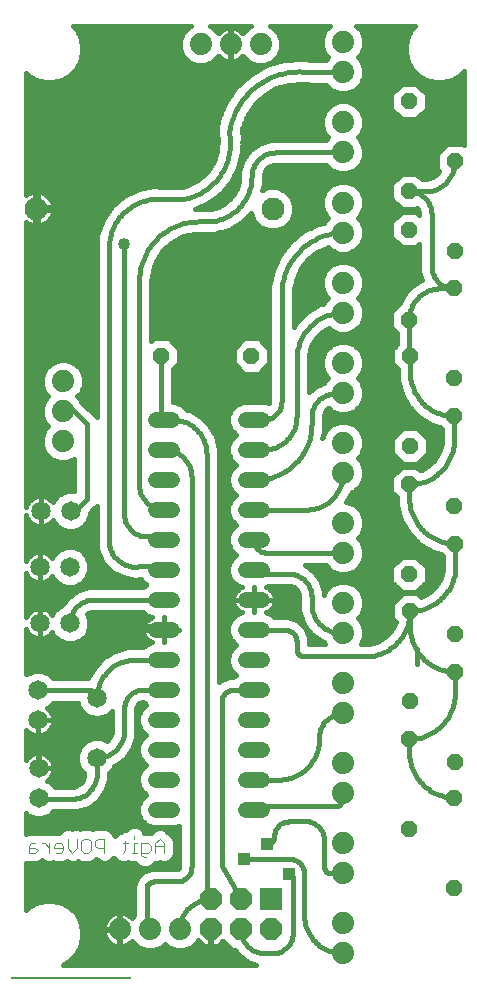
<source format=gbl>
G75*
%MOIN*%
%OFA0B0*%
%FSLAX24Y24*%
%IPPOS*%
%LPD*%
%AMOC8*
5,1,8,0,0,1.08239X$1,22.5*
%
%ADD10C,0.0040*%
%ADD11R,0.4000X0.0010*%
%ADD12R,0.2730X0.0010*%
%ADD13R,0.1220X0.0010*%
%ADD14R,0.0050X0.0010*%
%ADD15R,0.2710X0.0010*%
%ADD16R,0.1200X0.0010*%
%ADD17C,0.0650*%
%ADD18C,0.0520*%
%ADD19OC8,0.0520*%
%ADD20C,0.0740*%
%ADD21C,0.0768*%
%ADD22R,0.0740X0.0740*%
%ADD23OC8,0.0740*%
%ADD24C,0.0160*%
%ADD25C,0.0400*%
%ADD26R,0.0396X0.0396*%
D10*
X002790Y006244D02*
X003021Y006244D01*
X003097Y006321D01*
X003021Y006398D01*
X002790Y006398D01*
X002790Y006474D02*
X002790Y006244D01*
X002790Y006474D02*
X002867Y006551D01*
X003021Y006551D01*
X003251Y006551D02*
X003327Y006551D01*
X003481Y006398D01*
X003481Y006551D02*
X003481Y006244D01*
X003634Y006398D02*
X003941Y006398D01*
X003941Y006474D02*
X003941Y006321D01*
X003865Y006244D01*
X003711Y006244D01*
X003634Y006398D02*
X003634Y006474D01*
X003711Y006551D01*
X003865Y006551D01*
X003941Y006474D01*
X004095Y006398D02*
X004095Y006705D01*
X004402Y006705D02*
X004402Y006398D01*
X004248Y006244D01*
X004095Y006398D01*
X004555Y006321D02*
X004555Y006628D01*
X004632Y006705D01*
X004785Y006705D01*
X004862Y006628D01*
X004862Y006321D01*
X004785Y006244D01*
X004632Y006244D01*
X004555Y006321D01*
X005016Y006474D02*
X005092Y006398D01*
X005322Y006398D01*
X005322Y006244D02*
X005322Y006705D01*
X005092Y006705D01*
X005016Y006628D01*
X005016Y006474D01*
X005936Y006551D02*
X006090Y006551D01*
X006013Y006628D02*
X006013Y006321D01*
X005936Y006244D01*
X006243Y006244D02*
X006397Y006244D01*
X006320Y006244D02*
X006320Y006551D01*
X006397Y006551D01*
X006550Y006551D02*
X006780Y006551D01*
X006857Y006474D01*
X006857Y006321D01*
X006780Y006244D01*
X006550Y006244D01*
X006550Y006167D02*
X006550Y006551D01*
X006320Y006705D02*
X006320Y006781D01*
X006550Y006167D02*
X006627Y006091D01*
X006704Y006091D01*
X007011Y006244D02*
X007011Y006551D01*
X007164Y006705D01*
X007318Y006551D01*
X007318Y006244D01*
X007318Y006474D02*
X007011Y006474D01*
D11*
X004218Y002049D03*
X004218Y002039D03*
X004218Y002029D03*
D12*
X003583Y002059D03*
D13*
X005608Y002059D03*
D14*
X004973Y002059D03*
D15*
X003573Y002069D03*
D16*
X005618Y002069D03*
D17*
X003123Y008054D03*
X003123Y009054D03*
X005063Y009399D03*
X003098Y010654D03*
X003098Y011654D03*
X005063Y011399D03*
X004168Y013879D03*
X003168Y013879D03*
X003165Y015762D03*
X004165Y015762D03*
X004190Y017624D03*
X003190Y017624D03*
D18*
X007043Y017674D02*
X007563Y017674D01*
X007563Y016674D02*
X007043Y016674D01*
X007043Y015674D02*
X007563Y015674D01*
X007563Y014674D02*
X007043Y014674D01*
X007043Y013674D02*
X007563Y013674D01*
X007563Y012674D02*
X007043Y012674D01*
X007043Y011674D02*
X007563Y011674D01*
X007563Y010674D02*
X007043Y010674D01*
X007043Y009674D02*
X007563Y009674D01*
X007563Y008674D02*
X007043Y008674D01*
X007043Y007674D02*
X007563Y007674D01*
X010043Y007674D02*
X010563Y007674D01*
X010563Y008674D02*
X010043Y008674D01*
X010043Y009674D02*
X010563Y009674D01*
X010563Y010674D02*
X010043Y010674D01*
X010043Y011674D02*
X010563Y011674D01*
X010563Y012674D02*
X010043Y012674D01*
X010043Y013674D02*
X010563Y013674D01*
X010563Y014674D02*
X010043Y014674D01*
X010043Y015674D02*
X010563Y015674D01*
X010563Y016674D02*
X010043Y016674D01*
X010043Y017674D02*
X010563Y017674D01*
X010563Y018674D02*
X010043Y018674D01*
X010043Y019674D02*
X010563Y019674D01*
X010563Y020674D02*
X010043Y020674D01*
X007563Y020674D02*
X007043Y020674D01*
X007043Y019674D02*
X007563Y019674D01*
X007563Y018674D02*
X007043Y018674D01*
D19*
X007213Y022794D03*
X010213Y022794D03*
X015505Y022792D03*
X016963Y022049D03*
X016975Y020787D03*
X015505Y019792D03*
X015475Y018517D03*
X016975Y017787D03*
X017020Y016537D03*
X015475Y015517D03*
X015503Y014294D03*
X017020Y013537D03*
X016998Y012274D03*
X015503Y011294D03*
X015478Y010027D03*
X016998Y009274D03*
X016983Y008077D03*
X015478Y007027D03*
X016983Y005077D03*
X015468Y024002D03*
X016963Y025049D03*
X016998Y026284D03*
X015468Y027002D03*
X015470Y028279D03*
X016998Y029284D03*
X015470Y031279D03*
D20*
X013273Y030579D03*
X013273Y029579D03*
X013273Y027909D03*
X013273Y026909D03*
X013273Y025239D03*
X013273Y024239D03*
X013273Y022569D03*
X013273Y021569D03*
X013273Y019899D03*
X013273Y018899D03*
X013273Y017229D03*
X013273Y016229D03*
X013273Y014559D03*
X013273Y013559D03*
X013273Y011889D03*
X013273Y010889D03*
X013273Y009219D03*
X013273Y008219D03*
X013273Y006549D03*
X013273Y005549D03*
X013273Y003879D03*
X013273Y002879D03*
X007833Y003679D03*
X006833Y003679D03*
X005833Y003679D03*
X003933Y019949D03*
X003933Y020949D03*
X003933Y021949D03*
X013273Y032249D03*
X013273Y033249D03*
X010523Y033179D03*
X009523Y033179D03*
X008523Y033179D03*
D21*
X010924Y027702D03*
X003050Y027702D03*
D22*
X010863Y004689D03*
D23*
X009863Y004689D03*
X008863Y004689D03*
X008863Y003689D03*
X009863Y003689D03*
X010863Y003689D03*
D24*
X011601Y003579D02*
X011599Y003529D01*
X011594Y003480D01*
X011585Y003431D01*
X011573Y003382D01*
X011557Y003335D01*
X011538Y003289D01*
X011516Y003244D01*
X011490Y003202D01*
X011462Y003161D01*
X011431Y003122D01*
X011397Y003085D01*
X011360Y003051D01*
X011321Y003020D01*
X011280Y002992D01*
X011238Y002966D01*
X011193Y002944D01*
X011147Y002925D01*
X011100Y002909D01*
X011051Y002897D01*
X011002Y002888D01*
X010953Y002883D01*
X010903Y002881D01*
X010903Y002882D02*
X010670Y002882D01*
X010362Y002509D02*
X003926Y002509D01*
X004154Y002641D01*
X004361Y002848D01*
X004507Y003101D01*
X004582Y003383D01*
X004582Y003675D01*
X004507Y003958D01*
X004361Y004211D01*
X004154Y004417D01*
X003901Y004563D01*
X003619Y004639D01*
X003326Y004639D01*
X003044Y004563D01*
X002791Y004417D01*
X002702Y004329D01*
X002702Y005902D01*
X002721Y005894D01*
X003090Y005894D01*
X003219Y005947D01*
X003251Y005979D01*
X003283Y005947D01*
X003411Y005894D01*
X003551Y005894D01*
X003596Y005913D01*
X003641Y005894D01*
X003934Y005894D01*
X004056Y005945D01*
X004179Y005894D01*
X004318Y005894D01*
X004394Y005926D01*
X004440Y005945D01*
X004457Y005938D01*
X004562Y005894D01*
X004855Y005894D01*
X004984Y005947D01*
X005054Y006018D01*
X005124Y005947D01*
X005253Y005894D01*
X005392Y005894D01*
X005521Y005947D01*
X005619Y006046D01*
X005629Y006071D01*
X005640Y006046D01*
X005738Y005947D01*
X005867Y005894D01*
X006006Y005894D01*
X006090Y005929D01*
X006174Y005894D01*
X006328Y005894D01*
X006352Y005871D01*
X006429Y005794D01*
X006557Y005741D01*
X006773Y005741D01*
X006902Y005794D01*
X007000Y005892D01*
X007001Y005894D01*
X007080Y005894D01*
X007164Y005929D01*
X007248Y005894D01*
X007387Y005894D01*
X007516Y005947D01*
X007614Y006046D01*
X007667Y006175D01*
X007667Y006621D01*
X007614Y006749D01*
X007516Y006848D01*
X007516Y006848D01*
X007461Y006903D01*
X007362Y007001D01*
X007308Y007024D01*
X007234Y007055D01*
X007094Y007055D01*
X006966Y007001D01*
X006861Y006897D01*
X006850Y006901D01*
X006649Y006901D01*
X006617Y006980D01*
X006518Y007078D01*
X006390Y007131D01*
X006250Y007131D01*
X006122Y007078D01*
X006023Y006980D01*
X006023Y006978D01*
X005943Y006978D01*
X005815Y006925D01*
X005738Y006848D01*
X005670Y006780D01*
X005619Y006903D01*
X005521Y007001D01*
X005392Y007055D01*
X005023Y007055D01*
X004939Y007020D01*
X004922Y007027D01*
X004855Y007055D01*
X004562Y007055D01*
X004517Y007036D01*
X004471Y007055D01*
X004332Y007055D01*
X004248Y007020D01*
X004164Y007055D01*
X004025Y007055D01*
X003896Y007001D01*
X003798Y006903D01*
X003797Y006901D01*
X003641Y006901D01*
X003596Y006882D01*
X003551Y006901D01*
X003411Y006901D01*
X003404Y006898D01*
X003397Y006901D01*
X003181Y006901D01*
X003136Y006882D01*
X003090Y006901D01*
X002797Y006901D01*
X002702Y006862D01*
X002702Y007548D01*
X002751Y007499D01*
X002992Y007399D01*
X003253Y007399D01*
X003494Y007499D01*
X003614Y007619D01*
X004420Y007619D01*
X004797Y007742D01*
X005117Y007974D01*
X005117Y007974D01*
X005350Y008295D01*
X005472Y008671D01*
X005472Y008883D01*
X005618Y009028D01*
X005653Y009113D01*
X005669Y009118D01*
X006008Y009364D01*
X006253Y009702D01*
X006253Y009702D01*
X006382Y010100D01*
X006382Y011029D01*
X006385Y011066D01*
X006408Y011136D01*
X006451Y011195D01*
X006511Y011239D01*
X006581Y011261D01*
X006618Y011264D01*
X006708Y011174D01*
X006542Y011008D01*
X006453Y010792D01*
X006453Y010557D01*
X006542Y010340D01*
X006708Y010174D01*
X006542Y010008D01*
X006453Y009792D01*
X006453Y009557D01*
X006542Y009340D01*
X006708Y009174D01*
X006542Y009008D01*
X006453Y008792D01*
X006453Y008557D01*
X006542Y008340D01*
X006708Y008174D01*
X006542Y008008D01*
X006453Y007792D01*
X006453Y007557D01*
X006542Y007340D01*
X006708Y007174D01*
X006925Y007084D01*
X007680Y007084D01*
X007813Y007139D01*
X007813Y005779D01*
X007811Y005765D01*
X007803Y005738D01*
X007786Y005716D01*
X007763Y005699D01*
X007737Y005690D01*
X007723Y005689D01*
X006891Y005689D01*
X006841Y005689D01*
X006599Y005589D01*
X006599Y005589D01*
X006413Y005403D01*
X006313Y005160D01*
X006313Y004149D01*
X006239Y004076D01*
X006232Y004058D01*
X006191Y004099D01*
X006121Y004150D01*
X006044Y004189D01*
X005961Y004216D01*
X005876Y004229D01*
X005853Y004229D01*
X005853Y003699D01*
X005812Y003699D01*
X005812Y003659D01*
X005283Y003659D01*
X005283Y003636D01*
X005296Y003550D01*
X005323Y003468D01*
X005362Y003391D01*
X005413Y003321D01*
X005474Y003260D01*
X005544Y003209D01*
X005621Y003169D01*
X005704Y003143D01*
X005789Y003129D01*
X005812Y003129D01*
X005812Y003659D01*
X005853Y003659D01*
X005853Y003129D01*
X005876Y003129D01*
X005961Y003143D01*
X006044Y003169D01*
X006121Y003209D01*
X006191Y003260D01*
X006232Y003301D01*
X006239Y003283D01*
X006436Y003086D01*
X006693Y002979D01*
X006972Y002979D01*
X007229Y003086D01*
X007333Y003189D01*
X007436Y003086D01*
X007693Y002979D01*
X007972Y002979D01*
X008229Y003086D01*
X008426Y003283D01*
X008445Y003329D01*
X008635Y003139D01*
X008842Y003139D01*
X008842Y003669D01*
X008883Y003669D01*
X008883Y003139D01*
X009090Y003139D01*
X009256Y003305D01*
X009573Y002989D01*
X009674Y002989D01*
X009798Y002818D01*
X009798Y002818D01*
X010110Y002591D01*
X010110Y002591D01*
X010362Y002509D01*
X010011Y002663D02*
X004176Y002663D01*
X004335Y002822D02*
X009795Y002822D01*
X009680Y002980D02*
X007974Y002980D01*
X007691Y002980D02*
X006974Y002980D01*
X006691Y002980D02*
X004437Y002980D01*
X004517Y003139D02*
X005729Y003139D01*
X005812Y003139D02*
X005853Y003139D01*
X005936Y003139D02*
X006383Y003139D01*
X006233Y003297D02*
X006228Y003297D01*
X005853Y003297D02*
X005812Y003297D01*
X005812Y003456D02*
X005853Y003456D01*
X005853Y003614D02*
X005812Y003614D01*
X005812Y003699D02*
X005282Y003699D01*
X005283Y003722D01*
X005296Y003808D01*
X005323Y003890D01*
X005362Y003967D01*
X005413Y004037D01*
X005474Y004099D01*
X005544Y004150D01*
X005621Y004189D01*
X005704Y004216D01*
X005789Y004229D01*
X005812Y004229D01*
X005812Y003699D01*
X005812Y003773D02*
X005853Y003773D01*
X005853Y003931D02*
X005812Y003931D01*
X005812Y004090D02*
X005853Y004090D01*
X006200Y004090D02*
X006253Y004090D01*
X006313Y004248D02*
X004323Y004248D01*
X004431Y004090D02*
X005465Y004090D01*
X005344Y003931D02*
X004514Y003931D01*
X004556Y003773D02*
X005290Y003773D01*
X005286Y003614D02*
X004582Y003614D01*
X004582Y003456D02*
X005329Y003456D01*
X005437Y003297D02*
X004559Y003297D01*
X004165Y004407D02*
X006313Y004407D01*
X006313Y004565D02*
X003894Y004565D01*
X003051Y004565D02*
X002702Y004565D01*
X002702Y004407D02*
X002780Y004407D01*
X002702Y004724D02*
X006313Y004724D01*
X006313Y004882D02*
X002702Y004882D01*
X002702Y005041D02*
X006313Y005041D01*
X006329Y005199D02*
X002702Y005199D01*
X002702Y005358D02*
X006394Y005358D01*
X006413Y005403D02*
X006413Y005403D01*
X006526Y005516D02*
X002702Y005516D01*
X002702Y005675D02*
X006806Y005675D01*
X006841Y005689D02*
X006841Y005689D01*
X006941Y005833D02*
X007813Y005833D01*
X008223Y005779D02*
X008221Y005735D01*
X008215Y005692D01*
X008206Y005650D01*
X008193Y005608D01*
X008176Y005568D01*
X008156Y005529D01*
X008133Y005492D01*
X008106Y005458D01*
X008077Y005425D01*
X008044Y005396D01*
X008010Y005369D01*
X007973Y005346D01*
X007934Y005326D01*
X007894Y005309D01*
X007852Y005296D01*
X007810Y005287D01*
X007767Y005281D01*
X007723Y005279D01*
X006973Y005279D01*
X006943Y005277D01*
X006913Y005272D01*
X006884Y005263D01*
X006857Y005250D01*
X006831Y005235D01*
X006807Y005216D01*
X006786Y005195D01*
X006767Y005171D01*
X006752Y005145D01*
X006739Y005118D01*
X006730Y005089D01*
X006725Y005059D01*
X006723Y005029D01*
X006723Y003769D01*
X006727Y003752D01*
X006733Y003736D01*
X006742Y003721D01*
X006753Y003707D01*
X006767Y003696D01*
X006782Y003688D01*
X006798Y003682D01*
X006816Y003679D01*
X006833Y003679D01*
X007282Y003139D02*
X007383Y003139D01*
X008282Y003139D02*
X009423Y003139D01*
X009265Y003297D02*
X009248Y003297D01*
X008883Y003297D02*
X008842Y003297D01*
X008842Y003456D02*
X008883Y003456D01*
X008883Y003614D02*
X008842Y003614D01*
X007833Y003679D02*
X007835Y003740D01*
X007840Y003801D01*
X007850Y003861D01*
X007862Y003921D01*
X007879Y003979D01*
X007899Y004037D01*
X007922Y004094D01*
X007949Y004148D01*
X007979Y004202D01*
X008012Y004253D01*
X008048Y004302D01*
X008087Y004349D01*
X008129Y004393D01*
X008173Y004435D01*
X008220Y004474D01*
X008269Y004510D01*
X008320Y004543D01*
X008374Y004573D01*
X008428Y004600D01*
X008485Y004623D01*
X008543Y004643D01*
X008601Y004660D01*
X008661Y004672D01*
X008721Y004682D01*
X008782Y004687D01*
X008843Y004689D01*
X008863Y004689D01*
X008841Y004691D01*
X008820Y004696D01*
X008799Y004704D01*
X008781Y004716D01*
X008764Y004730D01*
X008750Y004747D01*
X008738Y004765D01*
X008730Y004786D01*
X008725Y004807D01*
X008723Y004829D01*
X008723Y019529D01*
X009132Y019464D02*
X009491Y019464D01*
X009453Y019557D02*
X009453Y019792D01*
X009542Y020008D01*
X009708Y020174D01*
X009542Y020340D01*
X009453Y020557D01*
X009453Y020792D01*
X009542Y021008D01*
X009708Y021174D01*
X009925Y021264D01*
X010680Y021264D01*
X010799Y021215D01*
X010810Y021249D01*
X010813Y021279D01*
X010813Y025136D01*
X010936Y025677D01*
X010936Y025677D01*
X011176Y026176D01*
X011176Y026176D01*
X011522Y026610D01*
X011522Y026610D01*
X011955Y026955D01*
X011955Y026955D01*
X012455Y027196D01*
X012652Y027241D01*
X012679Y027306D01*
X012783Y027409D01*
X012679Y027513D01*
X012573Y027770D01*
X012573Y028048D01*
X012679Y028306D01*
X012876Y028503D01*
X013133Y028609D01*
X013412Y028609D01*
X013669Y028503D01*
X013866Y028306D01*
X013972Y028048D01*
X013972Y027770D01*
X013866Y027513D01*
X013762Y027409D01*
X013866Y027306D01*
X013972Y027048D01*
X013972Y026770D01*
X013866Y026513D01*
X013669Y026316D01*
X013412Y026209D01*
X013133Y026209D01*
X012876Y026316D01*
X012775Y026417D01*
X012731Y026407D01*
X012400Y026248D01*
X012113Y026019D01*
X011884Y025732D01*
X011725Y025401D01*
X011643Y025043D01*
X011632Y024859D01*
X011632Y023769D01*
X011704Y023893D01*
X011704Y023893D01*
X012069Y024258D01*
X012069Y024258D01*
X012516Y024516D01*
X012516Y024516D01*
X012643Y024550D01*
X012679Y024636D01*
X012783Y024739D01*
X012679Y024843D01*
X012573Y025100D01*
X012573Y025378D01*
X012679Y025636D01*
X012876Y025833D01*
X013133Y025939D01*
X013412Y025939D01*
X013669Y025833D01*
X013866Y025636D01*
X013972Y025378D01*
X013972Y025100D01*
X013866Y024843D01*
X013762Y024739D01*
X013866Y024636D01*
X013972Y024378D01*
X015009Y024378D01*
X014878Y024246D02*
X015143Y024511D01*
X015157Y024564D01*
X015157Y024564D01*
X015349Y024897D01*
X015349Y024897D01*
X015620Y025168D01*
X015620Y025168D01*
X015902Y025331D01*
X015813Y025607D01*
X015813Y026512D01*
X015712Y026412D01*
X015223Y026412D01*
X014878Y026757D01*
X014878Y027246D01*
X015223Y027592D01*
X015712Y027592D01*
X015813Y027491D01*
X015813Y027527D01*
X015808Y027580D01*
X015775Y027682D01*
X015747Y027721D01*
X015714Y027689D01*
X015226Y027689D01*
X014880Y028035D01*
X014880Y028524D01*
X015226Y028869D01*
X015714Y028869D01*
X015894Y028689D01*
X015993Y028689D01*
X016086Y028696D01*
X016263Y028754D01*
X016413Y028863D01*
X016485Y028962D01*
X016408Y029040D01*
X016408Y029529D01*
X016753Y029874D01*
X017242Y029874D01*
X017293Y029824D01*
X017293Y032279D01*
X017154Y032141D01*
X016901Y031995D01*
X016619Y031919D01*
X016326Y031919D01*
X016044Y031995D01*
X015791Y032141D01*
X015584Y032348D01*
X015438Y032601D01*
X015363Y032883D01*
X015363Y033175D01*
X015438Y033458D01*
X015584Y033711D01*
X015673Y033799D01*
X013712Y033799D01*
X013866Y033646D01*
X013972Y033388D01*
X013972Y033110D01*
X013866Y032853D01*
X013762Y032749D01*
X013866Y032646D01*
X013972Y032388D01*
X013972Y032110D01*
X013866Y031853D01*
X013669Y031656D01*
X013412Y031549D01*
X013133Y031549D01*
X012876Y031656D01*
X012693Y031839D01*
X012241Y031839D01*
X012208Y031831D01*
X012160Y031839D01*
X012111Y031839D01*
X012089Y031848D01*
X011909Y031867D01*
X011470Y031838D01*
X011048Y031712D01*
X010665Y031495D01*
X010340Y031199D01*
X010089Y030838D01*
X009924Y030430D01*
X009891Y030277D01*
X009926Y030103D01*
X009926Y030103D01*
X009912Y029580D01*
X009912Y029580D01*
X009782Y029073D01*
X009782Y029073D01*
X009542Y028608D01*
X009542Y028608D01*
X009205Y028208D01*
X009205Y028208D01*
X009205Y028208D01*
X008787Y027893D01*
X008787Y027893D01*
X008333Y027689D01*
X008723Y027689D01*
X008865Y027698D01*
X009140Y027772D01*
X009386Y027914D01*
X009587Y028116D01*
X009730Y028362D01*
X009803Y028637D01*
X009813Y028779D01*
X009813Y028971D01*
X009931Y029335D01*
X009931Y029335D01*
X010156Y029645D01*
X010156Y029645D01*
X010156Y029645D01*
X010466Y029871D01*
X010466Y029871D01*
X010831Y029989D01*
X012693Y029989D01*
X012783Y030079D01*
X012679Y030183D01*
X012573Y030440D01*
X012573Y030718D01*
X010040Y030718D01*
X009976Y030559D02*
X012573Y030559D01*
X012589Y030401D02*
X009918Y030401D01*
X009898Y030242D02*
X012654Y030242D01*
X012778Y030084D02*
X009925Y030084D01*
X009921Y029925D02*
X010634Y029925D01*
X010323Y029767D02*
X009917Y029767D01*
X009912Y029608D02*
X010129Y029608D01*
X010014Y029450D02*
X009878Y029450D01*
X009838Y029291D02*
X009917Y029291D01*
X009865Y029133D02*
X009797Y029133D01*
X009814Y028974D02*
X009731Y028974D01*
X009649Y028816D02*
X009813Y028816D01*
X009805Y028657D02*
X009567Y028657D01*
X009450Y028499D02*
X009766Y028499D01*
X009717Y028340D02*
X009316Y028340D01*
X009170Y028182D02*
X009625Y028182D01*
X009495Y028023D02*
X008960Y028023D01*
X008725Y027865D02*
X009300Y027865D01*
X008894Y027706D02*
X008371Y027706D01*
X008473Y027279D02*
X008723Y027279D01*
X008472Y026869D02*
X008974Y026869D01*
X009460Y026999D01*
X009895Y027251D01*
X009895Y027251D01*
X010210Y027566D01*
X010210Y027560D01*
X010319Y027297D01*
X010520Y027096D01*
X010782Y026988D01*
X011066Y026988D01*
X011328Y027096D01*
X011529Y027297D01*
X011638Y027560D01*
X011638Y027844D01*
X011529Y028106D01*
X011328Y028307D01*
X011066Y028416D01*
X010782Y028416D01*
X010580Y028332D01*
X010632Y028528D01*
X010632Y028779D01*
X010637Y028840D01*
X010675Y028956D01*
X010747Y029055D01*
X010845Y029127D01*
X010961Y029164D01*
X011022Y029169D01*
X012693Y029169D01*
X012876Y028986D01*
X013133Y028879D01*
X013412Y028879D01*
X013669Y028986D01*
X013866Y029183D01*
X013972Y029440D01*
X013972Y029718D01*
X013866Y029976D01*
X013762Y030079D01*
X013866Y030183D01*
X013972Y030440D01*
X013972Y030718D01*
X015197Y030718D01*
X015226Y030689D02*
X015714Y030689D01*
X016060Y031035D01*
X016060Y031524D01*
X015714Y031869D01*
X015226Y031869D01*
X014880Y031524D01*
X014880Y031035D01*
X015226Y030689D01*
X015039Y030876D02*
X013907Y030876D01*
X013866Y030976D02*
X013669Y031173D01*
X013412Y031279D01*
X013133Y031279D01*
X012876Y031173D01*
X012679Y030976D01*
X012573Y030718D01*
X012638Y030876D02*
X010115Y030876D01*
X010226Y031035D02*
X012738Y031035D01*
X012926Y031193D02*
X010336Y031193D01*
X010507Y031352D02*
X014880Y031352D01*
X014880Y031510D02*
X010691Y031510D01*
X010971Y031669D02*
X012863Y031669D01*
X012705Y031827D02*
X011434Y031827D01*
X012193Y032249D02*
X013273Y032249D01*
X013921Y031986D02*
X016078Y031986D01*
X015788Y032144D02*
X013972Y032144D01*
X013972Y032303D02*
X015629Y032303D01*
X015519Y032461D02*
X013942Y032461D01*
X013877Y032620D02*
X015433Y032620D01*
X015391Y032778D02*
X013791Y032778D01*
X013901Y032937D02*
X015363Y032937D01*
X015363Y033095D02*
X013966Y033095D01*
X013972Y033254D02*
X015384Y033254D01*
X015426Y033412D02*
X013963Y033412D01*
X013897Y033571D02*
X015504Y033571D01*
X015603Y033729D02*
X013782Y033729D01*
X012833Y033799D02*
X012679Y033646D01*
X012573Y033388D01*
X012573Y033110D01*
X012679Y032853D01*
X012783Y032749D01*
X012693Y032659D01*
X012225Y032659D01*
X011947Y032704D01*
X011321Y032662D01*
X010720Y032483D01*
X010174Y032174D01*
X010174Y032174D01*
X009710Y031751D01*
X009710Y031751D01*
X009352Y031236D01*
X009352Y031236D01*
X009117Y030654D01*
X009117Y030654D01*
X009069Y030351D01*
X009054Y030279D01*
X009056Y030271D01*
X009055Y030263D01*
X009071Y030196D01*
X009094Y030032D01*
X009085Y029696D01*
X009001Y029370D01*
X008847Y029071D01*
X008631Y028814D01*
X008362Y028611D01*
X008055Y028473D01*
X007923Y028439D01*
X007238Y028439D01*
X006986Y028459D01*
X006458Y028360D01*
X005974Y028128D01*
X005566Y027778D01*
X005263Y027335D01*
X005084Y026828D01*
X005069Y026626D01*
X005063Y026611D01*
X005063Y026545D01*
X005057Y026479D01*
X005063Y026464D01*
X005063Y020769D01*
X004554Y021277D01*
X004526Y021346D01*
X004422Y021449D01*
X004526Y021553D01*
X004632Y021810D01*
X004632Y022088D01*
X004526Y022346D01*
X004329Y022543D01*
X004072Y022649D01*
X003793Y022649D01*
X003536Y022543D01*
X003339Y022346D01*
X003233Y022088D01*
X003233Y021810D01*
X003339Y021553D01*
X003443Y021449D01*
X003339Y021346D01*
X003233Y021088D01*
X003233Y020810D01*
X003339Y020553D01*
X003443Y020449D01*
X003339Y020346D01*
X003233Y020088D01*
X003233Y019810D01*
X003339Y019553D01*
X003536Y019356D01*
X003793Y019249D01*
X004072Y019249D01*
X004313Y019349D01*
X004313Y018279D01*
X004060Y018279D01*
X003819Y018179D01*
X003635Y017995D01*
X003602Y017916D01*
X003575Y017953D01*
X003519Y018009D01*
X003455Y018056D01*
X003384Y018092D01*
X003308Y018117D01*
X003230Y018129D01*
X003190Y018129D01*
X003150Y018129D01*
X003072Y018117D01*
X002996Y018092D01*
X002925Y018056D01*
X002861Y018009D01*
X002805Y017953D01*
X002758Y017889D01*
X002722Y017818D01*
X002702Y017758D01*
X002702Y027257D01*
X002754Y027219D01*
X002834Y027179D01*
X002918Y027152D01*
X003002Y027138D01*
X003002Y027654D01*
X003098Y027654D01*
X003098Y027750D01*
X003002Y027750D01*
X003002Y028265D01*
X002918Y028252D01*
X002834Y028224D01*
X002754Y028184D01*
X002702Y028146D01*
X002702Y032229D01*
X002791Y032141D01*
X003044Y031995D01*
X003326Y031919D01*
X003619Y031919D01*
X003901Y031995D01*
X004154Y032141D01*
X004361Y032348D01*
X004507Y032601D01*
X004582Y032883D01*
X004582Y033175D01*
X004507Y033458D01*
X004361Y033711D01*
X004272Y033799D01*
X008190Y033799D01*
X008126Y033773D01*
X007929Y033576D01*
X007823Y033318D01*
X007823Y033040D01*
X007929Y032783D01*
X008126Y032586D01*
X008383Y032479D01*
X008662Y032479D01*
X008919Y032586D01*
X009116Y032783D01*
X009123Y032801D01*
X009164Y032760D01*
X009234Y032709D01*
X009311Y032669D01*
X009394Y032643D01*
X009479Y032629D01*
X009502Y032629D01*
X009502Y033159D01*
X009543Y033159D01*
X009543Y032629D01*
X009566Y032629D01*
X009651Y032643D01*
X009734Y032669D01*
X009811Y032709D01*
X009881Y032760D01*
X009922Y032801D01*
X009929Y032783D01*
X010126Y032586D01*
X010383Y032479D01*
X010662Y032479D01*
X010919Y032586D01*
X011116Y032783D01*
X011222Y033040D01*
X011222Y033318D01*
X011116Y033576D01*
X010919Y033773D01*
X010855Y033799D01*
X012833Y033799D01*
X012763Y033729D02*
X010962Y033729D01*
X011118Y033571D02*
X012648Y033571D01*
X012582Y033412D02*
X011184Y033412D01*
X011222Y033254D02*
X012573Y033254D01*
X012579Y033095D02*
X011222Y033095D01*
X011180Y032937D02*
X012644Y032937D01*
X012754Y032778D02*
X011111Y032778D01*
X011179Y032620D02*
X010953Y032620D01*
X010720Y032483D02*
X010720Y032483D01*
X010682Y032461D02*
X004426Y032461D01*
X004512Y032620D02*
X008092Y032620D01*
X007934Y032778D02*
X004554Y032778D01*
X004582Y032937D02*
X007865Y032937D01*
X007823Y033095D02*
X004582Y033095D01*
X004561Y033254D02*
X007823Y033254D01*
X007861Y033412D02*
X004519Y033412D01*
X004441Y033571D02*
X007927Y033571D01*
X008083Y033729D02*
X004342Y033729D01*
X004316Y032303D02*
X010402Y032303D01*
X010141Y032144D02*
X004157Y032144D01*
X003867Y031986D02*
X009967Y031986D01*
X009793Y031827D02*
X002702Y031827D01*
X002702Y031669D02*
X009653Y031669D01*
X009710Y031751D02*
X009710Y031751D01*
X009542Y031510D02*
X002702Y031510D01*
X002702Y031352D02*
X009432Y031352D01*
X009335Y031193D02*
X002702Y031193D01*
X002702Y031035D02*
X009271Y031035D01*
X009207Y030876D02*
X002702Y030876D01*
X002702Y030718D02*
X009143Y030718D01*
X009102Y030559D02*
X002702Y030559D01*
X002702Y030401D02*
X009077Y030401D01*
X009060Y030242D02*
X002702Y030242D01*
X002702Y030084D02*
X009087Y030084D01*
X009091Y029925D02*
X002702Y029925D01*
X002702Y029767D02*
X009087Y029767D01*
X009063Y029608D02*
X002702Y029608D01*
X002702Y029450D02*
X009022Y029450D01*
X008961Y029291D02*
X002702Y029291D01*
X002702Y029133D02*
X008879Y029133D01*
X008766Y028974D02*
X002702Y028974D01*
X002702Y028816D02*
X008632Y028816D01*
X008723Y027279D02*
X008799Y027281D01*
X008875Y027287D01*
X008950Y027296D01*
X009025Y027310D01*
X009099Y027327D01*
X009172Y027348D01*
X009244Y027372D01*
X009315Y027401D01*
X009384Y027432D01*
X009451Y027467D01*
X009516Y027506D01*
X009580Y027548D01*
X009641Y027593D01*
X009700Y027641D01*
X009756Y027692D01*
X009810Y027746D01*
X009861Y027802D01*
X009909Y027861D01*
X009954Y027922D01*
X009996Y027986D01*
X010035Y028051D01*
X010070Y028118D01*
X010101Y028187D01*
X010130Y028258D01*
X010154Y028330D01*
X010175Y028403D01*
X010192Y028477D01*
X010206Y028552D01*
X010215Y028627D01*
X010221Y028703D01*
X010223Y028779D01*
X010635Y028816D02*
X015172Y028816D01*
X015014Y028657D02*
X010632Y028657D01*
X010625Y028499D02*
X012872Y028499D01*
X012714Y028340D02*
X011248Y028340D01*
X011454Y028182D02*
X012628Y028182D01*
X012573Y028023D02*
X011564Y028023D01*
X011629Y027865D02*
X012573Y027865D01*
X012599Y027706D02*
X011638Y027706D01*
X011633Y027548D02*
X012665Y027548D01*
X012763Y027389D02*
X011567Y027389D01*
X011463Y027231D02*
X012608Y027231D01*
X012198Y027072D02*
X011270Y027072D01*
X011512Y026597D02*
X007591Y026597D01*
X007627Y026625D02*
X007947Y026780D01*
X008294Y026859D01*
X008472Y026869D01*
X007896Y026755D02*
X011705Y026755D01*
X011903Y026914D02*
X009140Y026914D01*
X009460Y026999D02*
X009460Y026999D01*
X009586Y027072D02*
X010578Y027072D01*
X010385Y027231D02*
X009860Y027231D01*
X010034Y027389D02*
X010281Y027389D01*
X010215Y027548D02*
X010192Y027548D01*
X010582Y028340D02*
X010600Y028340D01*
X010223Y028779D02*
X010225Y028834D01*
X010230Y028888D01*
X010240Y028942D01*
X010253Y028995D01*
X010269Y029047D01*
X010289Y029098D01*
X010313Y029147D01*
X010339Y029195D01*
X010369Y029240D01*
X010402Y029284D01*
X010438Y029325D01*
X010477Y029364D01*
X010518Y029400D01*
X010562Y029433D01*
X010607Y029463D01*
X010655Y029489D01*
X010704Y029513D01*
X010755Y029533D01*
X010807Y029549D01*
X010860Y029562D01*
X010914Y029572D01*
X010968Y029577D01*
X011023Y029579D01*
X013273Y029579D01*
X013911Y029291D02*
X016408Y029291D01*
X016408Y029133D02*
X013816Y029133D01*
X013641Y028974D02*
X016473Y028974D01*
X016348Y028816D02*
X015768Y028816D01*
X015993Y028279D02*
X015470Y028279D01*
X015050Y027865D02*
X013972Y027865D01*
X013972Y028023D02*
X014892Y028023D01*
X014880Y028182D02*
X013917Y028182D01*
X013831Y028340D02*
X014880Y028340D01*
X014880Y028499D02*
X013673Y028499D01*
X012904Y028974D02*
X010688Y028974D01*
X010864Y029133D02*
X012729Y029133D01*
X012193Y032249D02*
X012098Y032262D01*
X012003Y032272D01*
X011908Y032277D01*
X011812Y032279D01*
X011716Y032277D01*
X011621Y032271D01*
X011526Y032261D01*
X011431Y032247D01*
X011337Y032230D01*
X011244Y032209D01*
X011151Y032184D01*
X011060Y032155D01*
X010970Y032123D01*
X010882Y032087D01*
X010794Y032047D01*
X010709Y032004D01*
X010625Y031958D01*
X010544Y031908D01*
X010464Y031855D01*
X010386Y031799D01*
X010311Y031740D01*
X010239Y031678D01*
X010168Y031613D01*
X010101Y031545D01*
X010036Y031474D01*
X009975Y031401D01*
X009916Y031326D01*
X009860Y031248D01*
X009807Y031168D01*
X009758Y031086D01*
X009712Y031002D01*
X009670Y030917D01*
X009631Y030829D01*
X009595Y030741D01*
X009563Y030650D01*
X009535Y030559D01*
X009511Y030467D01*
X009490Y030373D01*
X009473Y030279D01*
X009488Y030194D01*
X009499Y030109D01*
X009506Y030024D01*
X009510Y029938D01*
X009509Y029852D01*
X009505Y029767D01*
X009497Y029681D01*
X009485Y029596D01*
X009469Y029512D01*
X009450Y029428D01*
X009427Y029346D01*
X009400Y029264D01*
X009369Y029184D01*
X009335Y029105D01*
X009298Y029028D01*
X009257Y028953D01*
X009212Y028879D01*
X009165Y028808D01*
X009114Y028739D01*
X009060Y028672D01*
X009003Y028608D01*
X008944Y028546D01*
X008882Y028487D01*
X008817Y028431D01*
X008749Y028377D01*
X008680Y028327D01*
X008608Y028280D01*
X008534Y028237D01*
X008458Y028196D01*
X008381Y028160D01*
X008302Y028126D01*
X008221Y028096D01*
X008140Y028070D01*
X008057Y028048D01*
X007973Y028029D01*
X007223Y028029D01*
X006458Y028360D02*
X006458Y028360D01*
X006417Y028340D02*
X002702Y028340D01*
X002702Y028182D02*
X002751Y028182D01*
X003002Y028182D02*
X003098Y028182D01*
X003098Y028265D02*
X003098Y027750D01*
X003613Y027750D01*
X003600Y027834D01*
X003573Y027918D01*
X003532Y027997D01*
X003480Y028069D01*
X003417Y028132D01*
X003346Y028184D01*
X003266Y028224D01*
X003182Y028252D01*
X003098Y028265D01*
X003098Y028023D02*
X003002Y028023D01*
X003002Y027865D02*
X003098Y027865D01*
X003098Y027706D02*
X005517Y027706D01*
X005566Y027778D02*
X005566Y027778D01*
X005566Y027778D01*
X005667Y027865D02*
X003590Y027865D01*
X003513Y028023D02*
X005852Y028023D01*
X005974Y028128D02*
X005974Y028128D01*
X006087Y028182D02*
X003349Y028182D01*
X003098Y027654D02*
X003613Y027654D01*
X003600Y027570D01*
X003573Y027485D01*
X003532Y027406D01*
X003480Y027334D01*
X003417Y027272D01*
X003346Y027219D01*
X003266Y027179D01*
X003182Y027152D01*
X003098Y027138D01*
X003098Y027654D01*
X003098Y027548D02*
X003002Y027548D01*
X003002Y027389D02*
X003098Y027389D01*
X003098Y027231D02*
X003002Y027231D01*
X002739Y027231D02*
X002702Y027231D01*
X002702Y027072D02*
X005170Y027072D01*
X005114Y026914D02*
X002702Y026914D01*
X002702Y026755D02*
X005079Y026755D01*
X005084Y026828D02*
X005084Y026828D01*
X005063Y026597D02*
X002702Y026597D01*
X002702Y026438D02*
X005063Y026438D01*
X005063Y026280D02*
X002702Y026280D01*
X002702Y026121D02*
X005063Y026121D01*
X005063Y025963D02*
X002702Y025963D01*
X002702Y025804D02*
X005063Y025804D01*
X005063Y025646D02*
X002702Y025646D01*
X002702Y025487D02*
X005063Y025487D01*
X005063Y025329D02*
X002702Y025329D01*
X002702Y025170D02*
X005063Y025170D01*
X005063Y025012D02*
X002702Y025012D01*
X002702Y024853D02*
X005063Y024853D01*
X005063Y024695D02*
X002702Y024695D01*
X002702Y024536D02*
X005063Y024536D01*
X005063Y024378D02*
X002702Y024378D01*
X002702Y024219D02*
X005063Y024219D01*
X005063Y024061D02*
X002702Y024061D01*
X002702Y023902D02*
X005063Y023902D01*
X005063Y023744D02*
X002702Y023744D01*
X002702Y023585D02*
X005063Y023585D01*
X005063Y023427D02*
X002702Y023427D01*
X002702Y023268D02*
X005063Y023268D01*
X005063Y023110D02*
X002702Y023110D01*
X002702Y022951D02*
X005063Y022951D01*
X005063Y022793D02*
X002702Y022793D01*
X002702Y022634D02*
X003757Y022634D01*
X003469Y022476D02*
X002702Y022476D01*
X002702Y022317D02*
X003327Y022317D01*
X003262Y022159D02*
X002702Y022159D01*
X002702Y022000D02*
X003233Y022000D01*
X003233Y021842D02*
X002702Y021842D01*
X002702Y021683D02*
X003285Y021683D01*
X003367Y021525D02*
X002702Y021525D01*
X002702Y021366D02*
X003360Y021366D01*
X003282Y021208D02*
X002702Y021208D01*
X002702Y021049D02*
X003233Y021049D01*
X003233Y020891D02*
X002702Y020891D01*
X002702Y020732D02*
X003265Y020732D01*
X003330Y020574D02*
X002702Y020574D01*
X002702Y020415D02*
X003409Y020415D01*
X003302Y020257D02*
X002702Y020257D01*
X002702Y020098D02*
X003237Y020098D01*
X003233Y019940D02*
X002702Y019940D01*
X002702Y019781D02*
X003244Y019781D01*
X003310Y019623D02*
X002702Y019623D01*
X002702Y019464D02*
X003428Y019464D01*
X003657Y019306D02*
X002702Y019306D01*
X002702Y019147D02*
X004313Y019147D01*
X004313Y018989D02*
X002702Y018989D01*
X002702Y018830D02*
X004313Y018830D01*
X004313Y018672D02*
X002702Y018672D01*
X002702Y018513D02*
X004313Y018513D01*
X004313Y018355D02*
X002702Y018355D01*
X002702Y018196D02*
X003859Y018196D01*
X003677Y018038D02*
X003480Y018038D01*
X003190Y018038D02*
X003190Y018038D01*
X003190Y018129D02*
X003190Y017624D01*
X003190Y017119D01*
X003230Y017119D01*
X003308Y017132D01*
X003384Y017156D01*
X003455Y017192D01*
X003519Y017239D01*
X003575Y017295D01*
X003602Y017332D01*
X003635Y017253D01*
X003819Y017069D01*
X004060Y016969D01*
X004320Y016969D01*
X004561Y017069D01*
X004745Y017253D01*
X004845Y017494D01*
X004845Y017572D01*
X004955Y017682D01*
X005063Y017789D01*
X005063Y016581D01*
X005055Y016552D01*
X005063Y016500D01*
X005063Y016448D01*
X005074Y016420D01*
X005096Y016268D01*
X005276Y015900D01*
X005561Y015606D01*
X005561Y015606D01*
X005924Y015415D01*
X006328Y015344D01*
X006502Y015369D01*
X006530Y015369D01*
X006542Y015340D01*
X006708Y015174D01*
X006618Y015084D01*
X004772Y015084D01*
X004409Y014966D01*
X004409Y014966D01*
X004100Y014742D01*
X004100Y014742D01*
X004100Y014742D01*
X003911Y014482D01*
X003796Y014434D01*
X003612Y014250D01*
X003580Y014171D01*
X003553Y014208D01*
X003496Y014264D01*
X003432Y014311D01*
X003361Y014347D01*
X003286Y014372D01*
X003207Y014384D01*
X003168Y014384D01*
X003168Y013879D01*
X003168Y013374D01*
X003207Y013374D01*
X003286Y013387D01*
X003361Y013411D01*
X003432Y013447D01*
X003496Y013494D01*
X003553Y013550D01*
X003580Y013587D01*
X003612Y013508D01*
X003796Y013324D01*
X004037Y013224D01*
X004298Y013224D01*
X004539Y013324D01*
X004723Y013508D01*
X004822Y013749D01*
X004822Y014009D01*
X004747Y014192D01*
X004788Y014222D01*
X004902Y014259D01*
X004962Y014264D01*
X006618Y014264D01*
X006708Y014174D01*
X006906Y014092D01*
X006874Y014082D01*
X006812Y014050D01*
X006756Y014010D01*
X006707Y013961D01*
X006666Y013905D01*
X006635Y013843D01*
X006613Y013777D01*
X006603Y013709D01*
X006603Y013674D01*
X006603Y013640D01*
X006613Y013571D01*
X006635Y013505D01*
X006666Y013444D01*
X006707Y013388D01*
X006756Y013339D01*
X006812Y013298D01*
X006874Y013266D01*
X006906Y013256D01*
X006708Y013174D01*
X006618Y013084D01*
X006116Y013084D01*
X005687Y012969D01*
X005303Y012747D01*
X004989Y012434D01*
X004989Y012434D01*
X004989Y012434D01*
X004776Y012064D01*
X003614Y012064D01*
X003469Y012209D01*
X003228Y012309D01*
X002967Y012309D01*
X002726Y012209D01*
X002702Y012185D01*
X002702Y013679D01*
X002736Y013614D01*
X002782Y013550D01*
X002839Y013494D01*
X002903Y013447D01*
X002974Y013411D01*
X003049Y013387D01*
X003128Y013374D01*
X003167Y013374D01*
X003167Y013879D01*
X003168Y013879D01*
X003167Y013879D01*
X003167Y014384D01*
X003128Y014384D01*
X003049Y014372D01*
X002974Y014347D01*
X002903Y014311D01*
X002839Y014264D01*
X002782Y014208D01*
X002736Y014144D01*
X002702Y014079D01*
X002702Y015557D01*
X002733Y015497D01*
X002780Y015433D01*
X002836Y015376D01*
X002900Y015330D01*
X002971Y015294D01*
X003047Y015269D01*
X003125Y015257D01*
X003165Y015257D01*
X003205Y015257D01*
X003283Y015269D01*
X003359Y015294D01*
X003430Y015330D01*
X003494Y015376D01*
X003550Y015433D01*
X003577Y015470D01*
X003610Y015391D01*
X003794Y015206D01*
X004035Y015107D01*
X004295Y015107D01*
X004536Y015206D01*
X004720Y015391D01*
X004820Y015631D01*
X004820Y015892D01*
X004720Y016133D01*
X004536Y016317D01*
X004295Y016417D01*
X004035Y016417D01*
X003794Y016317D01*
X003610Y016133D01*
X003577Y016054D01*
X003550Y016091D01*
X003494Y016147D01*
X003430Y016194D01*
X003359Y016230D01*
X003283Y016254D01*
X003205Y016267D01*
X003165Y016267D01*
X003125Y016267D01*
X003047Y016254D01*
X002971Y016230D01*
X002900Y016194D01*
X002836Y016147D01*
X002780Y016091D01*
X002733Y016026D01*
X002702Y015966D01*
X002702Y017490D01*
X002722Y017430D01*
X002758Y017359D01*
X002805Y017295D01*
X002861Y017239D01*
X002925Y017192D01*
X002996Y017156D01*
X003072Y017132D01*
X003150Y017119D01*
X003190Y017119D01*
X003190Y017624D01*
X003190Y017624D01*
X003190Y017624D01*
X003190Y018129D01*
X003190Y017879D02*
X003190Y017879D01*
X003190Y017721D02*
X003190Y017721D01*
X003190Y017562D02*
X003190Y017562D01*
X003190Y017404D02*
X003190Y017404D01*
X003190Y017245D02*
X003190Y017245D01*
X003525Y017245D02*
X003643Y017245D01*
X003801Y017087D02*
X002702Y017087D01*
X002702Y017245D02*
X002855Y017245D01*
X002736Y017404D02*
X002702Y017404D01*
X002702Y016928D02*
X005063Y016928D01*
X005063Y016770D02*
X002702Y016770D01*
X002702Y016611D02*
X005063Y016611D01*
X005063Y016453D02*
X002702Y016453D01*
X002702Y016294D02*
X003771Y016294D01*
X003613Y016136D02*
X003505Y016136D01*
X003165Y016136D02*
X003165Y016136D01*
X003165Y016267D02*
X003165Y015762D01*
X003165Y015762D01*
X003165Y016267D01*
X003165Y015977D02*
X003165Y015977D01*
X003165Y015819D02*
X003165Y015819D01*
X003165Y015762D02*
X003165Y015257D01*
X003165Y015762D01*
X003165Y015762D01*
X003165Y015660D02*
X003165Y015660D01*
X003165Y015502D02*
X003165Y015502D01*
X003165Y015343D02*
X003165Y015343D01*
X003448Y015343D02*
X003657Y015343D01*
X003846Y015185D02*
X002702Y015185D01*
X002702Y015343D02*
X002882Y015343D01*
X002731Y015502D02*
X002702Y015502D01*
X002702Y015026D02*
X004593Y015026D01*
X004484Y015185D02*
X006698Y015185D01*
X006541Y015343D02*
X004673Y015343D01*
X004766Y015502D02*
X005759Y015502D01*
X005924Y015415D02*
X005924Y015415D01*
X006328Y015344D02*
X006328Y015344D01*
X006473Y015779D02*
X007198Y015779D01*
X007216Y015777D01*
X007234Y015773D01*
X007251Y015765D01*
X007265Y015754D01*
X007278Y015741D01*
X007289Y015727D01*
X007297Y015710D01*
X007301Y015692D01*
X007303Y015674D01*
X007223Y016529D02*
X007303Y016674D01*
X007301Y016692D01*
X007297Y016710D01*
X007289Y016727D01*
X007278Y016741D01*
X007265Y016754D01*
X007251Y016765D01*
X007234Y016773D01*
X007216Y016777D01*
X007198Y016779D01*
X006723Y016779D01*
X006473Y015779D02*
X006416Y015773D01*
X006358Y015770D01*
X006300Y015771D01*
X006242Y015776D01*
X006185Y015785D01*
X006129Y015798D01*
X006073Y015814D01*
X006019Y015834D01*
X005966Y015857D01*
X005914Y015884D01*
X005865Y015914D01*
X005818Y015947D01*
X005772Y015983D01*
X005730Y016022D01*
X005690Y016064D01*
X005653Y016108D01*
X005618Y016155D01*
X005587Y016204D01*
X005560Y016254D01*
X005535Y016307D01*
X005514Y016361D01*
X005497Y016416D01*
X005483Y016472D01*
X005473Y016529D01*
X005473Y026529D01*
X005973Y026529D02*
X005973Y017529D01*
X005975Y017475D01*
X005981Y017422D01*
X005990Y017370D01*
X006003Y017318D01*
X006020Y017267D01*
X006041Y017217D01*
X006065Y017170D01*
X006092Y017124D01*
X006123Y017080D01*
X006156Y017038D01*
X006193Y016999D01*
X006232Y016962D01*
X006274Y016929D01*
X006318Y016898D01*
X006364Y016871D01*
X006411Y016847D01*
X006461Y016826D01*
X006512Y016809D01*
X006564Y016796D01*
X006616Y016787D01*
X006669Y016781D01*
X006723Y016779D01*
X005509Y015660D02*
X004820Y015660D01*
X004820Y015819D02*
X005355Y015819D01*
X005276Y015900D02*
X005276Y015900D01*
X005238Y015977D02*
X004785Y015977D01*
X004717Y016136D02*
X005161Y016136D01*
X005096Y016268D02*
X005096Y016268D01*
X005092Y016294D02*
X004559Y016294D01*
X004579Y017087D02*
X005063Y017087D01*
X005063Y017245D02*
X004737Y017245D01*
X004808Y017404D02*
X005063Y017404D01*
X005063Y017562D02*
X004845Y017562D01*
X004994Y017721D02*
X005063Y017721D01*
X004723Y018029D02*
X004723Y020529D01*
X004223Y021029D01*
X003933Y020949D01*
X004505Y021366D02*
X005063Y021366D01*
X005063Y021208D02*
X004624Y021208D01*
X004782Y021049D02*
X005063Y021049D01*
X005063Y020891D02*
X004941Y020891D01*
X005063Y021525D02*
X004498Y021525D01*
X004580Y021683D02*
X005063Y021683D01*
X005063Y021842D02*
X004632Y021842D01*
X004632Y022000D02*
X005063Y022000D01*
X005063Y022159D02*
X004603Y022159D01*
X004538Y022317D02*
X005063Y022317D01*
X005063Y022476D02*
X004396Y022476D01*
X004108Y022634D02*
X005063Y022634D01*
X006882Y023299D02*
X006882Y025279D01*
X006892Y025457D01*
X006972Y025804D01*
X010997Y025804D01*
X010929Y025646D02*
X006936Y025646D01*
X006972Y025804D02*
X007126Y026125D01*
X007348Y026403D01*
X007627Y026625D01*
X007392Y026438D02*
X011385Y026438D01*
X011259Y026280D02*
X007250Y026280D01*
X007223Y028029D02*
X007143Y028033D01*
X007063Y028034D01*
X006983Y028030D01*
X006904Y028022D01*
X006824Y028011D01*
X006746Y027996D01*
X006668Y027976D01*
X006592Y027953D01*
X006516Y027927D01*
X006442Y027896D01*
X006370Y027862D01*
X006299Y027825D01*
X006230Y027784D01*
X006164Y027740D01*
X006099Y027692D01*
X006037Y027642D01*
X005978Y027588D01*
X005921Y027532D01*
X005867Y027473D01*
X005816Y027411D01*
X005768Y027347D01*
X005724Y027280D01*
X005682Y027212D01*
X005644Y027141D01*
X005610Y027069D01*
X005579Y026995D01*
X005552Y026920D01*
X005528Y026844D01*
X005509Y026766D01*
X005493Y026688D01*
X005481Y026609D01*
X005473Y026529D01*
X005226Y027231D02*
X003361Y027231D01*
X003520Y027389D02*
X005300Y027389D01*
X005263Y027335D02*
X005263Y027335D01*
X005408Y027548D02*
X003593Y027548D01*
X002702Y028499D02*
X008111Y028499D01*
X008423Y028657D02*
X002702Y028657D01*
X002702Y031986D02*
X003078Y031986D01*
X002788Y032144D02*
X002702Y032144D01*
X008953Y032620D02*
X010092Y032620D01*
X009934Y032778D02*
X009899Y032778D01*
X009543Y032778D02*
X009502Y032778D01*
X009502Y032937D02*
X009543Y032937D01*
X009543Y033095D02*
X009502Y033095D01*
X009502Y033199D02*
X009502Y033729D01*
X009479Y033729D01*
X009394Y033716D01*
X009311Y033689D01*
X009234Y033650D01*
X009164Y033599D01*
X009123Y033558D01*
X009116Y033576D01*
X008919Y033773D01*
X008855Y033799D01*
X010190Y033799D01*
X010126Y033773D01*
X009929Y033576D01*
X009922Y033558D01*
X009881Y033599D01*
X009811Y033650D01*
X009734Y033689D01*
X009651Y033716D01*
X009566Y033729D01*
X009543Y033729D01*
X009543Y033199D01*
X009502Y033199D01*
X009502Y033254D02*
X009543Y033254D01*
X009543Y033412D02*
X009502Y033412D01*
X009502Y033571D02*
X009543Y033571D01*
X009909Y033571D02*
X009927Y033571D01*
X010083Y033729D02*
X008962Y033729D01*
X009118Y033571D02*
X009136Y033571D01*
X009111Y032778D02*
X009146Y032778D01*
X011321Y032662D02*
X011321Y032662D01*
X011947Y032704D02*
X011947Y032704D01*
X013682Y031669D02*
X015025Y031669D01*
X015184Y031827D02*
X013840Y031827D01*
X013619Y031193D02*
X014880Y031193D01*
X014880Y031035D02*
X013807Y031035D01*
X013866Y030976D02*
X013972Y030718D01*
X013972Y030559D02*
X017293Y030559D01*
X017293Y030401D02*
X013956Y030401D01*
X013891Y030242D02*
X017293Y030242D01*
X017293Y030084D02*
X013767Y030084D01*
X013887Y029925D02*
X017293Y029925D01*
X016646Y029767D02*
X013952Y029767D01*
X013972Y029608D02*
X016487Y029608D01*
X016408Y029450D02*
X013972Y029450D01*
X015993Y028279D02*
X016054Y028281D01*
X016114Y028286D01*
X016174Y028295D01*
X016234Y028308D01*
X016292Y028325D01*
X016349Y028344D01*
X016405Y028368D01*
X016460Y028394D01*
X016513Y028424D01*
X016564Y028457D01*
X016613Y028493D01*
X016659Y028532D01*
X016704Y028573D01*
X016745Y028618D01*
X016784Y028664D01*
X016820Y028713D01*
X016853Y028764D01*
X016883Y028817D01*
X016909Y028872D01*
X016933Y028928D01*
X016952Y028985D01*
X016969Y029043D01*
X016982Y029103D01*
X016991Y029163D01*
X016996Y029223D01*
X016998Y029284D01*
X017293Y030718D02*
X015743Y030718D01*
X015901Y030876D02*
X017293Y030876D01*
X017293Y031035D02*
X016060Y031035D01*
X016060Y031193D02*
X017293Y031193D01*
X017293Y031352D02*
X016060Y031352D01*
X016060Y031510D02*
X017293Y031510D01*
X017293Y031669D02*
X015915Y031669D01*
X015756Y031827D02*
X017293Y031827D01*
X017293Y031986D02*
X016867Y031986D01*
X017157Y032144D02*
X017293Y032144D01*
X015758Y027706D02*
X015731Y027706D01*
X015756Y027548D02*
X015811Y027548D01*
X016223Y027527D02*
X016221Y027581D01*
X016215Y027634D01*
X016206Y027687D01*
X016192Y027739D01*
X016176Y027790D01*
X016155Y027840D01*
X016131Y027888D01*
X016103Y027934D01*
X016073Y027978D01*
X016039Y028020D01*
X016002Y028059D01*
X015963Y028096D01*
X015921Y028130D01*
X015877Y028160D01*
X015831Y028188D01*
X015783Y028212D01*
X015733Y028233D01*
X015682Y028249D01*
X015630Y028263D01*
X015577Y028272D01*
X015524Y028278D01*
X015470Y028280D01*
X015209Y027706D02*
X013946Y027706D01*
X013880Y027548D02*
X015179Y027548D01*
X015021Y027389D02*
X013782Y027389D01*
X013897Y027231D02*
X014878Y027231D01*
X014878Y027072D02*
X013963Y027072D01*
X013972Y026914D02*
X014878Y026914D01*
X014880Y026755D02*
X013966Y026755D01*
X013901Y026597D02*
X015038Y026597D01*
X015197Y026438D02*
X013791Y026438D01*
X013582Y026280D02*
X015813Y026280D01*
X015813Y026438D02*
X015738Y026438D01*
X015813Y026121D02*
X012241Y026121D01*
X012068Y025963D02*
X015813Y025963D01*
X015813Y025804D02*
X013697Y025804D01*
X013856Y025646D02*
X015813Y025646D01*
X015851Y025487D02*
X013927Y025487D01*
X013972Y025329D02*
X015898Y025329D01*
X015624Y025170D02*
X013972Y025170D01*
X013936Y025012D02*
X015464Y025012D01*
X015324Y024853D02*
X013870Y024853D01*
X013807Y024695D02*
X015232Y024695D01*
X015149Y024536D02*
X013907Y024536D01*
X013972Y024378D02*
X013972Y024100D01*
X013866Y023843D01*
X013669Y023646D01*
X013412Y023539D01*
X013133Y023539D01*
X012876Y023646D01*
X012800Y023722D01*
X012579Y023594D01*
X012368Y023383D01*
X012219Y023125D01*
X012142Y022838D01*
X012132Y022689D01*
X012132Y021596D01*
X012142Y021610D01*
X012142Y021610D01*
X012142Y021610D01*
X012439Y021826D01*
X012439Y021826D01*
X012649Y021894D01*
X012679Y021966D01*
X012783Y022069D01*
X012679Y022173D01*
X012573Y022430D01*
X012573Y022708D01*
X012679Y022966D01*
X012876Y023163D01*
X013133Y023269D01*
X013412Y023269D01*
X013669Y023163D01*
X013866Y022966D01*
X013972Y022708D01*
X013972Y022430D01*
X013866Y022173D01*
X013762Y022069D01*
X013866Y021966D01*
X013972Y021708D01*
X013972Y021430D01*
X013866Y021173D01*
X013669Y020976D01*
X013412Y020869D01*
X013133Y020869D01*
X012876Y020976D01*
X012790Y021062D01*
X012732Y021020D01*
X012670Y020934D01*
X012637Y020832D01*
X012637Y020832D01*
X012632Y020779D01*
X012632Y020274D01*
X012586Y020072D01*
X012679Y020296D01*
X012876Y020493D01*
X013133Y020599D01*
X013412Y020599D01*
X013669Y020493D01*
X013866Y020296D01*
X013972Y020038D01*
X013972Y019760D01*
X013866Y019503D01*
X013762Y019399D01*
X013866Y019296D01*
X013972Y019038D01*
X013972Y018760D01*
X013866Y018503D01*
X013669Y018306D01*
X013569Y018264D01*
X013375Y017929D01*
X013412Y017929D01*
X013669Y017823D01*
X013866Y017626D01*
X013972Y017368D01*
X013972Y017090D01*
X013866Y016833D01*
X013762Y016729D01*
X013866Y016626D01*
X013972Y016368D01*
X013972Y016090D01*
X013866Y015833D01*
X013669Y015636D01*
X013412Y015529D01*
X013133Y015529D01*
X012876Y015636D01*
X012693Y015819D01*
X012015Y015819D01*
X012693Y015819D01*
X012852Y015660D02*
X012233Y015660D01*
X012303Y015610D02*
X012015Y015819D01*
X012303Y015610D02*
X012303Y015610D01*
X012303Y015610D01*
X012519Y015312D01*
X012519Y015312D01*
X012632Y014963D01*
X012632Y014843D01*
X012679Y014956D01*
X012876Y015153D01*
X013133Y015259D01*
X013412Y015259D01*
X013669Y015153D01*
X013866Y014956D01*
X013972Y014698D01*
X013972Y014420D01*
X013866Y014163D01*
X013762Y014059D01*
X013866Y013956D01*
X013972Y013698D01*
X013972Y013420D01*
X013877Y013189D01*
X013988Y013189D01*
X014132Y013199D01*
X014410Y013273D01*
X014660Y013417D01*
X014660Y013417D01*
X014864Y013621D01*
X015008Y013871D01*
X015026Y013936D01*
X014913Y014050D01*
X014913Y014539D01*
X015258Y014884D01*
X015747Y014884D01*
X015860Y014771D01*
X015926Y014788D01*
X016177Y014933D01*
X016381Y015137D01*
X016526Y015388D01*
X016601Y015667D01*
X016610Y015812D01*
X016610Y016112D01*
X016534Y016188D01*
X016265Y016260D01*
X016265Y016260D01*
X015820Y016517D01*
X015820Y016517D01*
X015456Y016881D01*
X015456Y016881D01*
X015198Y017327D01*
X015198Y017327D01*
X015065Y017824D01*
X015065Y018092D01*
X014885Y018272D01*
X014885Y018761D01*
X015231Y019107D01*
X015719Y019107D01*
X015832Y018994D01*
X015892Y019010D01*
X016139Y019152D01*
X016340Y019353D01*
X016482Y019600D01*
X016556Y019874D01*
X016565Y020017D01*
X016565Y020362D01*
X016486Y020441D01*
X016249Y020505D01*
X016249Y020505D01*
X015821Y020752D01*
X015821Y020752D01*
X015471Y021102D01*
X015471Y021102D01*
X015223Y021531D01*
X015223Y021531D01*
X015095Y022009D01*
X015095Y022367D01*
X014915Y022547D01*
X014915Y023036D01*
X015058Y023179D01*
X015058Y023577D01*
X014878Y023757D01*
X014878Y024246D01*
X014878Y024219D02*
X013972Y024219D01*
X013956Y024061D02*
X014878Y024061D01*
X014878Y023902D02*
X013891Y023902D01*
X013767Y023744D02*
X014891Y023744D01*
X015050Y023585D02*
X013523Y023585D01*
X013414Y023268D02*
X015058Y023268D01*
X015058Y023427D02*
X012412Y023427D01*
X012302Y023268D02*
X013131Y023268D01*
X013022Y023585D02*
X012570Y023585D01*
X012031Y024219D02*
X011632Y024219D01*
X011632Y024061D02*
X011872Y024061D01*
X011714Y023902D02*
X011632Y023902D01*
X011632Y024378D02*
X012277Y024378D01*
X012593Y024536D02*
X011632Y024536D01*
X011632Y024695D02*
X012738Y024695D01*
X012675Y024853D02*
X011632Y024853D01*
X011641Y025012D02*
X012609Y025012D01*
X012573Y025170D02*
X011672Y025170D01*
X011708Y025329D02*
X012573Y025329D01*
X012618Y025487D02*
X011766Y025487D01*
X011842Y025646D02*
X012689Y025646D01*
X012848Y025804D02*
X011942Y025804D01*
X012466Y026280D02*
X012963Y026280D01*
X013273Y026909D02*
X013184Y026907D01*
X013094Y026901D01*
X013005Y026891D01*
X012917Y026878D01*
X012829Y026860D01*
X012742Y026839D01*
X012657Y026814D01*
X012572Y026785D01*
X012488Y026753D01*
X012407Y026717D01*
X012326Y026677D01*
X012248Y026634D01*
X012172Y026588D01*
X012097Y026538D01*
X012025Y026485D01*
X011955Y026429D01*
X011888Y026370D01*
X011823Y026309D01*
X011762Y026244D01*
X011703Y026177D01*
X011647Y026107D01*
X011594Y026035D01*
X011544Y025960D01*
X011498Y025884D01*
X011455Y025806D01*
X011415Y025725D01*
X011379Y025644D01*
X011347Y025560D01*
X011318Y025475D01*
X011293Y025390D01*
X011272Y025303D01*
X011254Y025215D01*
X011241Y025127D01*
X011231Y025038D01*
X011225Y024948D01*
X011223Y024859D01*
X011223Y021279D01*
X010813Y021366D02*
X007622Y021366D01*
X007622Y021264D02*
X007622Y022370D01*
X007802Y022550D01*
X007802Y023039D01*
X007457Y023384D01*
X006968Y023384D01*
X006882Y023299D01*
X006882Y023427D02*
X010813Y023427D01*
X010813Y023585D02*
X006882Y023585D01*
X006882Y023744D02*
X010813Y023744D01*
X010813Y023902D02*
X006882Y023902D01*
X006882Y024061D02*
X010813Y024061D01*
X010813Y024219D02*
X006882Y024219D01*
X006882Y024378D02*
X010813Y024378D01*
X010813Y024536D02*
X006882Y024536D01*
X006882Y024695D02*
X010813Y024695D01*
X010813Y024853D02*
X006882Y024853D01*
X006882Y025012D02*
X010813Y025012D01*
X010820Y025170D02*
X006882Y025170D01*
X006885Y025329D02*
X010856Y025329D01*
X010893Y025487D02*
X006899Y025487D01*
X006892Y025457D02*
X006892Y025457D01*
X006473Y025279D02*
X006473Y018504D01*
X006475Y018447D01*
X006481Y018391D01*
X006490Y018335D01*
X006504Y018280D01*
X006521Y018226D01*
X006542Y018173D01*
X006566Y018122D01*
X006594Y018073D01*
X006625Y018025D01*
X006659Y017980D01*
X006696Y017937D01*
X006736Y017897D01*
X006779Y017860D01*
X006824Y017826D01*
X006872Y017795D01*
X006921Y017767D01*
X006972Y017743D01*
X007025Y017722D01*
X007079Y017705D01*
X007134Y017691D01*
X007190Y017682D01*
X007246Y017676D01*
X007303Y017674D01*
X008223Y018754D02*
X008221Y018812D01*
X008216Y018869D01*
X008207Y018926D01*
X008194Y018983D01*
X008178Y019038D01*
X008158Y019093D01*
X008135Y019146D01*
X008109Y019197D01*
X008080Y019247D01*
X008047Y019295D01*
X008012Y019340D01*
X007974Y019384D01*
X007933Y019425D01*
X007889Y019463D01*
X007844Y019498D01*
X007796Y019531D01*
X007746Y019560D01*
X007695Y019586D01*
X007642Y019609D01*
X007587Y019629D01*
X007532Y019645D01*
X007475Y019658D01*
X007418Y019667D01*
X007361Y019672D01*
X007303Y019674D01*
X007578Y020674D02*
X007645Y020672D01*
X007711Y020666D01*
X007777Y020657D01*
X007842Y020643D01*
X007906Y020626D01*
X007970Y020605D01*
X008032Y020580D01*
X008092Y020552D01*
X008151Y020521D01*
X008207Y020486D01*
X008262Y020447D01*
X008314Y020406D01*
X008364Y020362D01*
X008411Y020315D01*
X008455Y020265D01*
X008496Y020213D01*
X008535Y020158D01*
X008570Y020102D01*
X008601Y020043D01*
X008629Y019983D01*
X008654Y019921D01*
X008675Y019857D01*
X008692Y019793D01*
X008706Y019728D01*
X008715Y019662D01*
X008721Y019596D01*
X008723Y019529D01*
X009132Y019623D02*
X009453Y019623D01*
X009453Y019557D02*
X009542Y019340D01*
X009708Y019174D01*
X009542Y019008D01*
X009453Y018792D01*
X009453Y018557D01*
X009542Y018340D01*
X009708Y018174D01*
X009542Y018008D01*
X009453Y017792D01*
X009453Y017557D01*
X009542Y017340D01*
X009708Y017174D01*
X009542Y017008D01*
X009453Y016792D01*
X009453Y016557D01*
X009542Y016340D01*
X009708Y016174D01*
X009542Y016008D01*
X009453Y015792D01*
X009453Y015557D01*
X009542Y015340D01*
X009708Y015174D01*
X009906Y015092D01*
X009874Y015082D01*
X009812Y015050D01*
X009756Y015010D01*
X009707Y014961D01*
X009666Y014905D01*
X009635Y014843D01*
X009613Y014777D01*
X009603Y014709D01*
X009132Y014709D01*
X009132Y014551D02*
X009620Y014551D01*
X009613Y014571D02*
X009635Y014505D01*
X009666Y014444D01*
X009707Y014388D01*
X009756Y014339D01*
X009812Y014298D01*
X009874Y014266D01*
X009906Y014256D01*
X009708Y014174D01*
X009542Y014008D01*
X009453Y013792D01*
X009453Y013557D01*
X009542Y013340D01*
X009708Y013174D01*
X009542Y013008D01*
X009453Y012792D01*
X009453Y012557D01*
X009542Y012340D01*
X009708Y012174D01*
X009618Y012084D01*
X009457Y012084D01*
X009162Y011962D01*
X009162Y011962D01*
X009132Y011933D01*
X009132Y019734D01*
X009027Y020129D01*
X008822Y020484D01*
X008532Y020773D01*
X008178Y020978D01*
X008062Y021009D01*
X007897Y021174D01*
X007680Y021264D01*
X007622Y021264D01*
X007816Y021208D02*
X009789Y021208D01*
X009583Y021049D02*
X008022Y021049D01*
X008329Y020891D02*
X009494Y020891D01*
X009453Y020732D02*
X008574Y020732D01*
X008532Y020773D02*
X008532Y020773D01*
X008732Y020574D02*
X009453Y020574D01*
X009511Y020415D02*
X008862Y020415D01*
X008822Y020484D02*
X008822Y020484D01*
X008953Y020257D02*
X009626Y020257D01*
X009632Y020098D02*
X009035Y020098D01*
X009027Y020129D02*
X009027Y020129D01*
X009077Y019940D02*
X009514Y019940D01*
X009453Y019781D02*
X009120Y019781D01*
X009132Y019306D02*
X009577Y019306D01*
X009681Y019147D02*
X009132Y019147D01*
X009132Y018989D02*
X009534Y018989D01*
X009469Y018830D02*
X009132Y018830D01*
X009132Y018672D02*
X009453Y018672D01*
X009471Y018513D02*
X009132Y018513D01*
X009132Y018355D02*
X009536Y018355D01*
X009686Y018196D02*
X009132Y018196D01*
X009132Y018038D02*
X009572Y018038D01*
X009489Y017879D02*
X009132Y017879D01*
X009132Y017721D02*
X009453Y017721D01*
X009453Y017562D02*
X009132Y017562D01*
X009132Y017404D02*
X009516Y017404D01*
X009637Y017245D02*
X009132Y017245D01*
X009132Y017087D02*
X009621Y017087D01*
X009509Y016928D02*
X009132Y016928D01*
X009132Y016770D02*
X009453Y016770D01*
X009453Y016611D02*
X009132Y016611D01*
X009132Y016453D02*
X009496Y016453D01*
X009588Y016294D02*
X009132Y016294D01*
X009132Y016136D02*
X009670Y016136D01*
X009529Y015977D02*
X009132Y015977D01*
X009132Y015819D02*
X009464Y015819D01*
X009453Y015660D02*
X009132Y015660D01*
X009132Y015502D02*
X009475Y015502D01*
X009541Y015343D02*
X009132Y015343D01*
X009132Y015185D02*
X009698Y015185D01*
X009778Y015026D02*
X009132Y015026D01*
X009132Y014868D02*
X009647Y014868D01*
X009603Y014709D02*
X009603Y014674D01*
X009603Y014640D01*
X009613Y014571D01*
X009603Y014674D02*
X010302Y014674D01*
X010302Y014674D01*
X009603Y014674D01*
X009703Y014392D02*
X009132Y014392D01*
X009132Y014234D02*
X009852Y014234D01*
X009609Y014075D02*
X009132Y014075D01*
X009132Y013917D02*
X009504Y013917D01*
X009453Y013758D02*
X009132Y013758D01*
X009132Y013600D02*
X009453Y013600D01*
X009500Y013441D02*
X009132Y013441D01*
X009132Y013283D02*
X009600Y013283D01*
X009658Y013124D02*
X009132Y013124D01*
X009132Y012966D02*
X009525Y012966D01*
X009459Y012807D02*
X009132Y012807D01*
X009132Y012649D02*
X009453Y012649D01*
X009480Y012490D02*
X009132Y012490D01*
X009132Y012332D02*
X009551Y012332D01*
X009707Y012173D02*
X009132Y012173D01*
X009132Y012015D02*
X009290Y012015D01*
X009618Y011674D02*
X010303Y011674D01*
X009618Y011674D02*
X009579Y011672D01*
X009541Y011666D01*
X009503Y011657D01*
X009467Y011644D01*
X009432Y011627D01*
X009399Y011607D01*
X009367Y011584D01*
X009339Y011558D01*
X009313Y011530D01*
X009290Y011498D01*
X009270Y011465D01*
X009253Y011430D01*
X009240Y011394D01*
X009231Y011356D01*
X009225Y011318D01*
X009223Y011279D01*
X009223Y005779D01*
X009863Y004689D01*
X009862Y003689D02*
X009864Y003634D01*
X009870Y003579D01*
X009879Y003525D01*
X009892Y003471D01*
X009909Y003418D01*
X009929Y003367D01*
X009953Y003317D01*
X009980Y003269D01*
X010010Y003223D01*
X010043Y003179D01*
X010079Y003137D01*
X010118Y003098D01*
X010160Y003062D01*
X010204Y003029D01*
X010250Y002999D01*
X010298Y002972D01*
X010348Y002948D01*
X010399Y002928D01*
X010452Y002911D01*
X010506Y002898D01*
X010560Y002889D01*
X010615Y002883D01*
X010670Y002881D01*
X011600Y003579D02*
X011600Y005402D01*
X011601Y005402D02*
X011599Y005422D01*
X011595Y005442D01*
X011587Y005460D01*
X011577Y005477D01*
X011564Y005493D01*
X011548Y005506D01*
X011531Y005516D01*
X011513Y005524D01*
X011493Y005528D01*
X011473Y005530D01*
X011473Y006029D02*
X011517Y006027D01*
X011560Y006021D01*
X011602Y006012D01*
X011644Y005999D01*
X011684Y005982D01*
X011723Y005962D01*
X011760Y005939D01*
X011794Y005912D01*
X011827Y005883D01*
X011856Y005850D01*
X011883Y005816D01*
X011906Y005779D01*
X011926Y005740D01*
X011943Y005700D01*
X011956Y005658D01*
X011965Y005616D01*
X011971Y005573D01*
X011973Y005529D01*
X011973Y004179D01*
X011975Y004109D01*
X011981Y004038D01*
X011990Y003969D01*
X012003Y003900D01*
X012020Y003831D01*
X012041Y003764D01*
X012065Y003698D01*
X012093Y003633D01*
X012124Y003570D01*
X012159Y003509D01*
X012197Y003449D01*
X012238Y003392D01*
X012282Y003337D01*
X012329Y003285D01*
X012379Y003235D01*
X012431Y003188D01*
X012486Y003144D01*
X012543Y003103D01*
X012603Y003065D01*
X012664Y003030D01*
X012727Y002999D01*
X012792Y002971D01*
X012858Y002947D01*
X012925Y002926D01*
X012994Y002909D01*
X013063Y002896D01*
X013132Y002887D01*
X013203Y002881D01*
X013273Y002879D01*
X013273Y005549D02*
X012875Y005549D01*
X012847Y005551D01*
X012820Y005556D01*
X012793Y005564D01*
X012768Y005575D01*
X012744Y005590D01*
X012722Y005607D01*
X012703Y005626D01*
X012686Y005648D01*
X012671Y005672D01*
X012660Y005697D01*
X012652Y005724D01*
X012647Y005751D01*
X012645Y005779D01*
X012628Y006529D01*
X012635Y006576D01*
X012639Y006624D01*
X012640Y006671D01*
X012637Y006719D01*
X012630Y006766D01*
X012620Y006812D01*
X012606Y006858D01*
X012589Y006903D01*
X012569Y006946D01*
X012546Y006987D01*
X012519Y007027D01*
X012490Y007064D01*
X012458Y007100D01*
X012424Y007132D01*
X012387Y007163D01*
X012347Y007190D01*
X012306Y007214D01*
X012264Y007235D01*
X012220Y007253D01*
X012174Y007268D01*
X012128Y007279D01*
X011473Y007279D01*
X011429Y007277D01*
X011386Y007271D01*
X011344Y007262D01*
X011302Y007249D01*
X011262Y007232D01*
X011223Y007212D01*
X011186Y007189D01*
X011152Y007162D01*
X011119Y007133D01*
X011090Y007100D01*
X011063Y007066D01*
X011040Y007029D01*
X011020Y006990D01*
X011003Y006950D01*
X010990Y006908D01*
X010981Y006866D01*
X010975Y006823D01*
X010973Y006779D01*
X010971Y006749D01*
X010966Y006719D01*
X010957Y006690D01*
X010944Y006663D01*
X010929Y006637D01*
X010910Y006613D01*
X010889Y006592D01*
X010865Y006573D01*
X010839Y006558D01*
X010812Y006545D01*
X010783Y006536D01*
X010753Y006531D01*
X010723Y006529D01*
X011473Y006029D02*
X009973Y006029D01*
X008223Y005779D02*
X008223Y018754D01*
X010303Y018674D02*
X010368Y018674D01*
X010303Y019674D02*
X010618Y019674D01*
X010368Y018674D02*
X010451Y018676D01*
X010534Y018681D01*
X010617Y018691D01*
X010699Y018704D01*
X010781Y018721D01*
X010861Y018741D01*
X010941Y018765D01*
X011020Y018792D01*
X011097Y018823D01*
X011173Y018858D01*
X011247Y018895D01*
X011319Y018937D01*
X011390Y018981D01*
X011458Y019028D01*
X011525Y019079D01*
X011588Y019132D01*
X011650Y019188D01*
X011709Y019247D01*
X011765Y019309D01*
X011818Y019372D01*
X011869Y019439D01*
X011916Y019507D01*
X011960Y019578D01*
X012002Y019650D01*
X012039Y019724D01*
X012074Y019800D01*
X012105Y019877D01*
X012132Y019956D01*
X012156Y020036D01*
X012176Y020116D01*
X012193Y020198D01*
X012206Y020280D01*
X012216Y020363D01*
X012221Y020446D01*
X012223Y020529D01*
X012223Y020779D01*
X012632Y020732D02*
X015855Y020732D01*
X015682Y020891D02*
X013464Y020891D01*
X013473Y020574D02*
X016130Y020574D01*
X015874Y020257D02*
X016565Y020257D01*
X016565Y020098D02*
X016033Y020098D01*
X016095Y020036D02*
X015749Y020382D01*
X015261Y020382D01*
X014915Y020036D01*
X014915Y019547D01*
X015261Y019202D01*
X015749Y019202D01*
X016095Y019547D01*
X016095Y020036D01*
X016095Y019940D02*
X016560Y019940D01*
X016531Y019781D02*
X016095Y019781D01*
X016095Y019623D02*
X016488Y019623D01*
X016404Y019464D02*
X016012Y019464D01*
X015853Y019306D02*
X016292Y019306D01*
X016130Y019147D02*
X013927Y019147D01*
X013972Y018989D02*
X015113Y018989D01*
X014954Y018830D02*
X013972Y018830D01*
X013936Y018672D02*
X014885Y018672D01*
X014885Y018513D02*
X013870Y018513D01*
X013718Y018355D02*
X014885Y018355D01*
X014961Y018196D02*
X013530Y018196D01*
X013438Y018038D02*
X015065Y018038D01*
X015065Y017879D02*
X013532Y017879D01*
X013771Y017721D02*
X015093Y017721D01*
X015135Y017562D02*
X013892Y017562D01*
X013958Y017404D02*
X015178Y017404D01*
X015245Y017245D02*
X013972Y017245D01*
X013971Y017087D02*
X015337Y017087D01*
X015429Y016928D02*
X013906Y016928D01*
X013803Y016770D02*
X015567Y016770D01*
X015726Y016611D02*
X013872Y016611D01*
X013938Y016453D02*
X015931Y016453D01*
X016206Y016294D02*
X013972Y016294D01*
X013972Y016136D02*
X016587Y016136D01*
X016610Y015977D02*
X015849Y015977D01*
X015719Y016107D02*
X015231Y016107D01*
X014885Y015761D01*
X014885Y015272D01*
X015231Y014927D01*
X015719Y014927D01*
X016065Y015272D01*
X016065Y015761D01*
X015719Y016107D01*
X017021Y015812D02*
X017019Y015735D01*
X017013Y015658D01*
X017003Y015582D01*
X016990Y015506D01*
X016973Y015432D01*
X016951Y015358D01*
X016927Y015285D01*
X016898Y015213D01*
X016866Y015143D01*
X016830Y015075D01*
X016791Y015009D01*
X016749Y014945D01*
X016703Y014883D01*
X016655Y014823D01*
X016603Y014766D01*
X016549Y014712D01*
X016492Y014660D01*
X016432Y014612D01*
X016370Y014566D01*
X016306Y014524D01*
X016240Y014485D01*
X016172Y014449D01*
X016102Y014417D01*
X016030Y014388D01*
X015957Y014364D01*
X015883Y014342D01*
X015809Y014325D01*
X015733Y014312D01*
X015657Y014302D01*
X015580Y014296D01*
X015503Y014294D01*
X015503Y013769D01*
X015021Y013917D02*
X013882Y013917D01*
X013948Y013758D02*
X014943Y013758D01*
X014842Y013600D02*
X013972Y013600D01*
X013972Y013441D02*
X014684Y013441D01*
X014427Y013283D02*
X013916Y013283D01*
X013988Y012779D02*
X011973Y012779D01*
X011943Y012781D01*
X011913Y012786D01*
X011884Y012795D01*
X011857Y012808D01*
X011831Y012823D01*
X011807Y012842D01*
X011786Y012863D01*
X011767Y012887D01*
X011752Y012913D01*
X011739Y012940D01*
X011730Y012969D01*
X011725Y012999D01*
X011723Y013029D01*
X011723Y013279D01*
X011721Y013318D01*
X011715Y013356D01*
X011706Y013394D01*
X011693Y013430D01*
X011676Y013465D01*
X011656Y013498D01*
X011633Y013530D01*
X011607Y013558D01*
X011579Y013584D01*
X011547Y013607D01*
X011514Y013627D01*
X011479Y013644D01*
X011443Y013657D01*
X011405Y013666D01*
X011367Y013672D01*
X011328Y013674D01*
X010303Y013674D01*
X010303Y014264D02*
X010303Y014674D01*
X010303Y014674D01*
X011002Y014674D01*
X011002Y014640D01*
X010992Y014571D01*
X010970Y014505D01*
X010939Y014444D01*
X010898Y014388D01*
X010849Y014339D01*
X010793Y014298D01*
X010731Y014266D01*
X010699Y014256D01*
X010897Y014174D01*
X010987Y014084D01*
X011488Y014084D01*
X011783Y013962D01*
X011783Y013962D01*
X012010Y013735D01*
X012010Y013735D01*
X012132Y013439D01*
X012132Y013189D01*
X012668Y013189D01*
X012640Y013258D01*
X012558Y013284D01*
X012558Y013284D01*
X012205Y013541D01*
X012205Y013541D01*
X012205Y013541D01*
X011948Y013895D01*
X011948Y013895D01*
X011813Y014311D01*
X011813Y014779D01*
X011808Y014832D01*
X011775Y014934D01*
X011713Y015020D01*
X011627Y015082D01*
X011526Y015115D01*
X011473Y015119D01*
X010764Y015119D01*
X010699Y015092D01*
X010731Y015082D01*
X010793Y015050D01*
X010849Y015010D01*
X010898Y014961D01*
X010939Y014905D01*
X010970Y014843D01*
X010992Y014777D01*
X011002Y014709D01*
X011813Y014709D01*
X011813Y014551D02*
X010985Y014551D01*
X011002Y014674D02*
X011002Y014709D01*
X011002Y014674D02*
X010303Y014674D01*
X010302Y014674D01*
X010302Y014264D01*
X010303Y014264D01*
X010302Y014392D02*
X010303Y014392D01*
X010302Y014551D02*
X010303Y014551D01*
X010303Y014674D02*
X010303Y015084D01*
X010302Y015084D01*
X010302Y014674D01*
X010303Y014674D01*
X010302Y014709D02*
X010303Y014709D01*
X010302Y014868D02*
X010303Y014868D01*
X010302Y015026D02*
X010303Y015026D01*
X010448Y015529D02*
X011473Y015529D01*
X011704Y015026D02*
X010827Y015026D01*
X010958Y014868D02*
X011797Y014868D01*
X012223Y014779D02*
X012221Y014833D01*
X012215Y014886D01*
X012206Y014938D01*
X012193Y014990D01*
X012176Y015041D01*
X012155Y015091D01*
X012131Y015138D01*
X012104Y015184D01*
X012073Y015228D01*
X012040Y015270D01*
X012003Y015309D01*
X011964Y015346D01*
X011922Y015379D01*
X011878Y015410D01*
X011832Y015437D01*
X011785Y015461D01*
X011735Y015482D01*
X011684Y015499D01*
X011632Y015512D01*
X011580Y015521D01*
X011527Y015527D01*
X011473Y015529D01*
X012381Y015502D02*
X014885Y015502D01*
X014885Y015660D02*
X013693Y015660D01*
X013852Y015819D02*
X014943Y015819D01*
X015101Y015977D02*
X013926Y015977D01*
X013273Y016229D02*
X010748Y016229D01*
X010707Y016231D01*
X010666Y016237D01*
X010626Y016246D01*
X010587Y016259D01*
X010550Y016276D01*
X010514Y016296D01*
X010480Y016319D01*
X010448Y016345D01*
X010419Y016374D01*
X010393Y016406D01*
X010370Y016440D01*
X010350Y016476D01*
X010333Y016513D01*
X010320Y016552D01*
X010311Y016592D01*
X010305Y016633D01*
X010303Y016674D01*
X010303Y015674D02*
X010305Y015651D01*
X010310Y015629D01*
X010319Y015608D01*
X010331Y015589D01*
X010345Y015571D01*
X010363Y015557D01*
X010382Y015545D01*
X010403Y015536D01*
X010425Y015531D01*
X010448Y015529D01*
X010901Y014392D02*
X011813Y014392D01*
X011837Y014234D02*
X010753Y014234D01*
X011509Y014075D02*
X011889Y014075D01*
X011940Y013917D02*
X011828Y013917D01*
X011987Y013758D02*
X012047Y013758D01*
X012066Y013600D02*
X012162Y013600D01*
X012132Y013441D02*
X012342Y013441D01*
X012132Y013283D02*
X012563Y013283D01*
X013193Y013559D02*
X013273Y013559D01*
X013778Y014075D02*
X014913Y014075D01*
X014913Y014234D02*
X013895Y014234D01*
X013988Y012779D02*
X014065Y012781D01*
X014141Y012787D01*
X014217Y012796D01*
X014293Y012810D01*
X014368Y012827D01*
X014442Y012848D01*
X014514Y012873D01*
X014585Y012902D01*
X014655Y012934D01*
X014723Y012969D01*
X014789Y013008D01*
X014853Y013051D01*
X014915Y013096D01*
X014975Y013144D01*
X015032Y013196D01*
X015086Y013250D01*
X015138Y013307D01*
X015186Y013367D01*
X015231Y013429D01*
X015274Y013493D01*
X015313Y013559D01*
X015348Y013627D01*
X015380Y013697D01*
X015409Y013768D01*
X015434Y013840D01*
X015455Y013914D01*
X015472Y013989D01*
X015486Y014065D01*
X015495Y014141D01*
X015501Y014217D01*
X015503Y014294D01*
X015083Y014709D02*
X013968Y014709D01*
X013972Y014551D02*
X014925Y014551D01*
X014913Y014392D02*
X013961Y014392D01*
X013902Y014868D02*
X015242Y014868D01*
X015131Y015026D02*
X013795Y015026D01*
X013592Y015185D02*
X014973Y015185D01*
X014885Y015343D02*
X012497Y015343D01*
X012560Y015185D02*
X012953Y015185D01*
X012750Y015026D02*
X012612Y015026D01*
X012632Y014868D02*
X012643Y014868D01*
X012223Y014779D02*
X012223Y014529D01*
X012225Y014468D01*
X012231Y014407D01*
X012240Y014347D01*
X012253Y014288D01*
X012270Y014229D01*
X012291Y014172D01*
X012315Y014116D01*
X012343Y014062D01*
X012374Y014009D01*
X012408Y013959D01*
X012446Y013911D01*
X012486Y013865D01*
X012529Y013822D01*
X012575Y013782D01*
X012623Y013744D01*
X012673Y013710D01*
X012726Y013679D01*
X012780Y013651D01*
X012836Y013627D01*
X012893Y013606D01*
X012952Y013589D01*
X013011Y013576D01*
X013071Y013567D01*
X013132Y013561D01*
X013193Y013559D01*
X015478Y010027D02*
X015555Y010029D01*
X015632Y010035D01*
X015708Y010045D01*
X015784Y010058D01*
X015859Y010076D01*
X015933Y010097D01*
X016006Y010122D01*
X016077Y010150D01*
X016147Y010182D01*
X016216Y010218D01*
X016282Y010257D01*
X016346Y010299D01*
X016408Y010345D01*
X016468Y010394D01*
X016525Y010445D01*
X016580Y010500D01*
X016631Y010557D01*
X016680Y010617D01*
X016726Y010679D01*
X016768Y010743D01*
X016807Y010809D01*
X016843Y010878D01*
X016875Y010948D01*
X016903Y011019D01*
X016928Y011092D01*
X016949Y011166D01*
X016967Y011241D01*
X016980Y011317D01*
X016990Y011393D01*
X016996Y011470D01*
X016998Y011547D01*
X016998Y012274D01*
X015723Y012529D02*
X015723Y013029D01*
X015704Y013019D01*
X015743Y012955D01*
X015785Y012894D01*
X015830Y012835D01*
X015878Y012778D01*
X015929Y012723D01*
X015982Y012671D01*
X016038Y012622D01*
X016096Y012576D01*
X016156Y012533D01*
X016219Y012492D01*
X016283Y012455D01*
X016350Y012421D01*
X016417Y012391D01*
X016487Y012364D01*
X016557Y012340D01*
X016629Y012320D01*
X016701Y012304D01*
X016775Y012291D01*
X016848Y012281D01*
X016923Y012276D01*
X016997Y012274D01*
X015705Y013019D02*
X015671Y013081D01*
X015639Y013145D01*
X015611Y013211D01*
X015586Y013278D01*
X015564Y013346D01*
X015546Y013415D01*
X015530Y013485D01*
X015518Y013555D01*
X015510Y013626D01*
X015505Y013698D01*
X015503Y013769D01*
X015763Y014868D02*
X016064Y014868D01*
X016270Y015026D02*
X015819Y015026D01*
X015977Y015185D02*
X016408Y015185D01*
X016500Y015343D02*
X016065Y015343D01*
X016065Y015502D02*
X016556Y015502D01*
X016599Y015660D02*
X016065Y015660D01*
X016007Y015819D02*
X016610Y015819D01*
X017020Y015812D02*
X017020Y016537D01*
X016944Y016539D01*
X016869Y016544D01*
X016793Y016554D01*
X016719Y016567D01*
X016645Y016583D01*
X016572Y016604D01*
X016500Y016627D01*
X016429Y016655D01*
X016359Y016685D01*
X016292Y016719D01*
X016226Y016757D01*
X016162Y016797D01*
X016100Y016841D01*
X016040Y016888D01*
X015982Y016937D01*
X015928Y016990D01*
X015875Y017044D01*
X015826Y017102D01*
X015779Y017162D01*
X015735Y017224D01*
X015695Y017288D01*
X015657Y017354D01*
X015623Y017421D01*
X015593Y017491D01*
X015565Y017562D01*
X015542Y017634D01*
X015521Y017707D01*
X015505Y017781D01*
X015492Y017855D01*
X015482Y017931D01*
X015477Y018006D01*
X015475Y018082D01*
X015475Y018517D01*
X015157Y019306D02*
X013856Y019306D01*
X013827Y019464D02*
X014998Y019464D01*
X014915Y019623D02*
X013916Y019623D01*
X013972Y019781D02*
X014915Y019781D01*
X014915Y019940D02*
X013972Y019940D01*
X013948Y020098D02*
X014977Y020098D01*
X015136Y020257D02*
X013882Y020257D01*
X013746Y020415D02*
X016512Y020415D01*
X016975Y020787D02*
X016975Y020017D01*
X016973Y019941D01*
X016967Y019865D01*
X016958Y019790D01*
X016944Y019715D01*
X016927Y019641D01*
X016906Y019568D01*
X016882Y019496D01*
X016853Y019425D01*
X016822Y019356D01*
X016787Y019289D01*
X016748Y019224D01*
X016706Y019160D01*
X016661Y019099D01*
X016613Y019040D01*
X016562Y018984D01*
X016508Y018930D01*
X016452Y018879D01*
X016393Y018831D01*
X016332Y018786D01*
X016268Y018744D01*
X016203Y018705D01*
X016136Y018670D01*
X016067Y018639D01*
X015996Y018610D01*
X015924Y018586D01*
X015851Y018565D01*
X015777Y018548D01*
X015702Y018534D01*
X015627Y018525D01*
X015551Y018519D01*
X015475Y018517D01*
X012799Y020415D02*
X012632Y020415D01*
X012629Y020257D02*
X012663Y020257D01*
X012597Y020098D02*
X012592Y020098D01*
X012632Y020574D02*
X013072Y020574D01*
X012223Y020779D02*
X012225Y020833D01*
X012231Y020886D01*
X012240Y020938D01*
X012253Y020990D01*
X012270Y021041D01*
X012291Y021091D01*
X012315Y021138D01*
X012342Y021184D01*
X012373Y021228D01*
X012406Y021270D01*
X012443Y021309D01*
X012482Y021346D01*
X012524Y021379D01*
X012568Y021410D01*
X012614Y021437D01*
X012661Y021461D01*
X012711Y021482D01*
X012762Y021499D01*
X012814Y021512D01*
X012866Y021521D01*
X012919Y021527D01*
X012973Y021529D01*
X013233Y021529D01*
X013243Y021530D01*
X013253Y021534D01*
X013261Y021541D01*
X013268Y021549D01*
X013272Y021559D01*
X013273Y021569D01*
X013917Y021842D02*
X015140Y021842D01*
X015097Y022000D02*
X013831Y022000D01*
X013852Y022159D02*
X015095Y022159D01*
X015095Y022317D02*
X013926Y022317D01*
X013972Y022476D02*
X014987Y022476D01*
X014915Y022634D02*
X013972Y022634D01*
X013938Y022793D02*
X014915Y022793D01*
X014915Y022951D02*
X013872Y022951D01*
X013722Y023110D02*
X014989Y023110D01*
X015468Y022829D02*
X015468Y024002D01*
X015467Y024002D02*
X015469Y024065D01*
X015475Y024128D01*
X015484Y024191D01*
X015497Y024253D01*
X015514Y024314D01*
X015535Y024374D01*
X015559Y024432D01*
X015587Y024489D01*
X015618Y024544D01*
X015653Y024597D01*
X015690Y024648D01*
X015731Y024697D01*
X015774Y024743D01*
X015820Y024786D01*
X015869Y024827D01*
X015920Y024864D01*
X015973Y024899D01*
X016028Y024930D01*
X016085Y024958D01*
X016143Y024982D01*
X016203Y025003D01*
X016264Y025020D01*
X016326Y025033D01*
X016389Y025042D01*
X016452Y025048D01*
X016515Y025050D01*
X016515Y025049D02*
X016963Y025049D01*
X016910Y025051D01*
X016858Y025057D01*
X016806Y025066D01*
X016755Y025079D01*
X016704Y025096D01*
X016656Y025116D01*
X016608Y025140D01*
X016563Y025166D01*
X016520Y025197D01*
X016478Y025230D01*
X016440Y025266D01*
X016404Y025304D01*
X016371Y025346D01*
X016340Y025389D01*
X016314Y025434D01*
X016290Y025482D01*
X016270Y025530D01*
X016253Y025581D01*
X016240Y025632D01*
X016231Y025684D01*
X016225Y025736D01*
X016223Y025789D01*
X016223Y027527D01*
X011150Y026121D02*
X007124Y026121D01*
X007048Y025963D02*
X011074Y025963D01*
X008473Y027279D02*
X008386Y027277D01*
X008299Y027271D01*
X008212Y027262D01*
X008126Y027249D01*
X008040Y027232D01*
X007955Y027211D01*
X007872Y027186D01*
X007789Y027158D01*
X007708Y027127D01*
X007628Y027092D01*
X007550Y027053D01*
X007473Y027011D01*
X007398Y026966D01*
X007326Y026917D01*
X007255Y026866D01*
X007187Y026811D01*
X007122Y026754D01*
X007059Y026693D01*
X006998Y026630D01*
X006941Y026565D01*
X006886Y026497D01*
X006835Y026426D01*
X006786Y026354D01*
X006741Y026279D01*
X006699Y026202D01*
X006660Y026124D01*
X006625Y026044D01*
X006594Y025963D01*
X006566Y025880D01*
X006541Y025797D01*
X006520Y025712D01*
X006503Y025626D01*
X006490Y025540D01*
X006481Y025453D01*
X006475Y025366D01*
X006473Y025279D01*
X007573Y023268D02*
X009852Y023268D01*
X009968Y023384D02*
X009623Y023039D01*
X009623Y022550D01*
X009968Y022204D01*
X010457Y022204D01*
X010802Y022550D01*
X010802Y023039D01*
X010457Y023384D01*
X009968Y023384D01*
X009694Y023110D02*
X007731Y023110D01*
X007802Y022951D02*
X009623Y022951D01*
X009623Y022793D02*
X007802Y022793D01*
X007802Y022634D02*
X009623Y022634D01*
X009697Y022476D02*
X007728Y022476D01*
X007622Y022317D02*
X009855Y022317D01*
X010570Y022317D02*
X010813Y022317D01*
X010813Y022159D02*
X007622Y022159D01*
X007622Y022000D02*
X010813Y022000D01*
X010813Y021842D02*
X007622Y021842D01*
X007622Y021683D02*
X010813Y021683D01*
X010813Y021525D02*
X007622Y021525D01*
X007213Y020764D02*
X007215Y020746D01*
X007220Y020730D01*
X007228Y020714D01*
X007239Y020700D01*
X007253Y020689D01*
X007269Y020681D01*
X007285Y020676D01*
X007303Y020674D01*
X007578Y020674D01*
X007213Y020764D02*
X007213Y022794D01*
X010303Y020674D02*
X010618Y020674D01*
X010618Y019674D02*
X010682Y019676D01*
X010746Y019681D01*
X010810Y019691D01*
X010873Y019704D01*
X010935Y019720D01*
X010996Y019741D01*
X011056Y019764D01*
X011114Y019792D01*
X011171Y019822D01*
X011225Y019856D01*
X011278Y019893D01*
X011328Y019933D01*
X011376Y019975D01*
X011422Y020021D01*
X011464Y020069D01*
X011504Y020119D01*
X011541Y020172D01*
X011575Y020227D01*
X011605Y020283D01*
X011633Y020341D01*
X011656Y020401D01*
X011677Y020462D01*
X011693Y020524D01*
X011706Y020587D01*
X011716Y020651D01*
X011721Y020715D01*
X011723Y020779D01*
X011723Y022689D01*
X012132Y022634D02*
X012573Y022634D01*
X012573Y022476D02*
X012132Y022476D01*
X012132Y022317D02*
X012619Y022317D01*
X012693Y022159D02*
X012132Y022159D01*
X012132Y022000D02*
X012714Y022000D01*
X012489Y021842D02*
X012132Y021842D01*
X012132Y021683D02*
X012243Y021683D01*
X012773Y021049D02*
X012803Y021049D01*
X012656Y020891D02*
X013081Y020891D01*
X013742Y021049D02*
X015524Y021049D01*
X015410Y021208D02*
X013880Y021208D01*
X013946Y021366D02*
X015318Y021366D01*
X015227Y021525D02*
X013972Y021525D01*
X013972Y021683D02*
X015182Y021683D01*
X015505Y022257D02*
X015505Y022792D01*
X015505Y022791D02*
X015495Y022792D01*
X015486Y022796D01*
X015478Y022802D01*
X015472Y022810D01*
X015468Y022819D01*
X015467Y022829D01*
X015505Y022257D02*
X015507Y022183D01*
X015513Y022108D01*
X015522Y022034D01*
X015535Y021961D01*
X015552Y021889D01*
X015572Y021817D01*
X015597Y021746D01*
X015624Y021677D01*
X015655Y021610D01*
X015690Y021544D01*
X015727Y021479D01*
X015768Y021417D01*
X015813Y021357D01*
X015860Y021299D01*
X015910Y021244D01*
X015962Y021192D01*
X016017Y021142D01*
X016075Y021095D01*
X016135Y021050D01*
X016197Y021009D01*
X016262Y020972D01*
X016328Y020937D01*
X016395Y020906D01*
X016464Y020879D01*
X016535Y020854D01*
X016607Y020834D01*
X016679Y020817D01*
X016752Y020804D01*
X016826Y020795D01*
X016901Y020789D01*
X016975Y020787D01*
X013273Y024239D02*
X013197Y024237D01*
X013121Y024232D01*
X013046Y024222D01*
X012971Y024209D01*
X012896Y024193D01*
X012823Y024172D01*
X012751Y024148D01*
X012680Y024121D01*
X012610Y024090D01*
X012542Y024056D01*
X012476Y024018D01*
X012412Y023978D01*
X012350Y023934D01*
X012290Y023887D01*
X012232Y023837D01*
X012177Y023785D01*
X012125Y023730D01*
X012075Y023672D01*
X012028Y023612D01*
X011984Y023550D01*
X011944Y023486D01*
X011906Y023420D01*
X011872Y023352D01*
X011841Y023282D01*
X011814Y023211D01*
X011790Y023139D01*
X011769Y023066D01*
X011753Y022991D01*
X011740Y022916D01*
X011730Y022841D01*
X011725Y022765D01*
X011723Y022689D01*
X012139Y022793D02*
X012607Y022793D01*
X012673Y022951D02*
X012173Y022951D01*
X012215Y023110D02*
X012823Y023110D01*
X010813Y023110D02*
X010731Y023110D01*
X010802Y022951D02*
X010813Y022951D01*
X010802Y022793D02*
X010813Y022793D01*
X010802Y022634D02*
X010813Y022634D01*
X010813Y022476D02*
X010728Y022476D01*
X010813Y023268D02*
X010573Y023268D01*
X011223Y021279D02*
X011221Y021232D01*
X011216Y021184D01*
X011206Y021138D01*
X011193Y021092D01*
X011177Y021047D01*
X011157Y021004D01*
X011134Y020963D01*
X011107Y020923D01*
X011078Y020886D01*
X011046Y020851D01*
X011011Y020819D01*
X010974Y020790D01*
X010934Y020763D01*
X010893Y020740D01*
X010850Y020720D01*
X010805Y020704D01*
X010759Y020691D01*
X010713Y020681D01*
X010665Y020676D01*
X010618Y020674D01*
X013273Y018899D02*
X013271Y018830D01*
X013265Y018762D01*
X013256Y018694D01*
X013242Y018626D01*
X013225Y018560D01*
X013204Y018494D01*
X013180Y018430D01*
X013152Y018367D01*
X013120Y018306D01*
X013085Y018247D01*
X013047Y018190D01*
X013006Y018135D01*
X012961Y018083D01*
X012914Y018033D01*
X012864Y017986D01*
X012812Y017941D01*
X012757Y017900D01*
X012700Y017862D01*
X012641Y017827D01*
X012580Y017795D01*
X012517Y017767D01*
X012453Y017743D01*
X012387Y017722D01*
X012321Y017705D01*
X012253Y017691D01*
X012185Y017682D01*
X012117Y017676D01*
X012048Y017674D01*
X010303Y017674D01*
X007303Y014674D02*
X004963Y014674D01*
X004823Y014234D02*
X006649Y014234D01*
X006860Y014075D02*
X004795Y014075D01*
X004822Y013917D02*
X006675Y013917D01*
X006610Y013758D02*
X004822Y013758D01*
X004761Y013600D02*
X006609Y013600D01*
X006603Y013674D02*
X007302Y013674D01*
X007302Y013674D01*
X006603Y013674D01*
X006668Y013441D02*
X004656Y013441D01*
X004973Y013279D02*
X004971Y013249D01*
X004966Y013219D01*
X004957Y013190D01*
X004944Y013163D01*
X004929Y013137D01*
X004910Y013113D01*
X004889Y013092D01*
X004865Y013073D01*
X004839Y013058D01*
X004812Y013045D01*
X004783Y013036D01*
X004753Y013031D01*
X004723Y013029D01*
X003723Y013029D01*
X003896Y013283D02*
X002702Y013283D01*
X002702Y013441D02*
X002915Y013441D01*
X002746Y013600D02*
X002702Y013600D01*
X003167Y013600D02*
X003168Y013600D01*
X003168Y013584D02*
X003168Y013879D01*
X003167Y013917D02*
X003168Y013917D01*
X003168Y013879D02*
X003152Y013877D01*
X003138Y013872D01*
X003124Y013864D01*
X003113Y013853D01*
X003105Y013839D01*
X003100Y013825D01*
X003098Y013809D01*
X003167Y013758D02*
X003168Y013758D01*
X003167Y013441D02*
X003168Y013441D01*
X003420Y013441D02*
X003679Y013441D01*
X003723Y013029D02*
X003677Y013031D01*
X003632Y013037D01*
X003587Y013046D01*
X003543Y013059D01*
X003500Y013076D01*
X003459Y013096D01*
X003419Y013119D01*
X003382Y013146D01*
X003347Y013176D01*
X003315Y013208D01*
X003285Y013243D01*
X003258Y013280D01*
X003235Y013320D01*
X003215Y013361D01*
X003198Y013404D01*
X003185Y013448D01*
X003176Y013493D01*
X003170Y013538D01*
X003168Y013584D01*
X002702Y013124D02*
X006658Y013124D01*
X006842Y013283D02*
X004439Y013283D01*
X005204Y012649D02*
X002702Y012649D01*
X002702Y012807D02*
X005406Y012807D01*
X005303Y012747D02*
X005303Y012747D01*
X005046Y012490D02*
X002702Y012490D01*
X002702Y012332D02*
X004930Y012332D01*
X004839Y012173D02*
X003505Y012173D01*
X003098Y011654D02*
X004808Y011654D01*
X004839Y011652D01*
X004869Y011647D01*
X004898Y011637D01*
X004927Y011625D01*
X004953Y011609D01*
X004977Y011590D01*
X004999Y011568D01*
X005018Y011544D01*
X005034Y011518D01*
X005046Y011489D01*
X005056Y011460D01*
X005061Y011430D01*
X005063Y011399D01*
X004427Y011222D02*
X003592Y011222D01*
X003614Y011244D02*
X004418Y011244D01*
X004507Y011028D01*
X004691Y010844D01*
X004932Y010744D01*
X005193Y010744D01*
X005434Y010844D01*
X005563Y010973D01*
X005563Y010309D01*
X005556Y010231D01*
X005508Y010082D01*
X005419Y009960D01*
X005193Y010054D01*
X004932Y010054D01*
X004691Y009954D01*
X002702Y009954D01*
X002702Y009796D02*
X004533Y009796D01*
X004507Y009770D02*
X004408Y009529D01*
X004408Y009269D01*
X004507Y009028D01*
X004653Y008883D01*
X004653Y008869D01*
X004647Y008802D01*
X004606Y008674D01*
X004527Y008565D01*
X004418Y008486D01*
X004290Y008444D01*
X004223Y008439D01*
X003664Y008439D01*
X003494Y008609D01*
X003415Y008642D01*
X003451Y008669D01*
X003508Y008725D01*
X003554Y008789D01*
X003591Y008860D01*
X003615Y008936D01*
X003627Y009014D01*
X003627Y009054D01*
X003123Y009054D01*
X003123Y009054D01*
X003627Y009054D01*
X003627Y009094D01*
X003615Y009172D01*
X003591Y009248D01*
X003554Y009319D01*
X003508Y009383D01*
X003451Y009439D01*
X003387Y009486D01*
X003316Y009522D01*
X003241Y009547D01*
X003162Y009559D01*
X003123Y009559D01*
X003123Y009054D01*
X003122Y009054D01*
X003122Y009559D01*
X003083Y009559D01*
X003004Y009547D01*
X002929Y009522D01*
X002858Y009486D01*
X002794Y009439D01*
X002737Y009383D01*
X002702Y009335D01*
X002702Y010339D01*
X002712Y010325D01*
X002769Y010269D01*
X002833Y010222D01*
X002904Y010186D01*
X002979Y010162D01*
X003058Y010149D01*
X003097Y010149D01*
X003097Y010654D01*
X003098Y010654D01*
X003098Y010654D01*
X003602Y010654D01*
X003602Y010614D01*
X003590Y010536D01*
X003566Y010460D01*
X003529Y010389D01*
X003483Y010325D01*
X003426Y010269D01*
X003362Y010222D01*
X003291Y010186D01*
X003216Y010162D01*
X003137Y010149D01*
X003098Y010149D01*
X003098Y010654D01*
X003602Y010654D01*
X003602Y010694D01*
X003590Y010772D01*
X003566Y010848D01*
X003529Y010919D01*
X003483Y010983D01*
X003426Y011039D01*
X003390Y011066D01*
X003469Y011099D01*
X003614Y011244D01*
X003393Y011064D02*
X004492Y011064D01*
X004630Y010905D02*
X003536Y010905D01*
X003594Y010747D02*
X004926Y010747D01*
X005199Y010747D02*
X005563Y010747D01*
X005563Y010905D02*
X005495Y010905D01*
X005563Y010588D02*
X003598Y010588D01*
X003550Y010430D02*
X005563Y010430D01*
X005560Y010271D02*
X003429Y010271D01*
X003098Y010271D02*
X003097Y010271D01*
X003097Y010430D02*
X003098Y010430D01*
X003097Y010588D02*
X003098Y010588D01*
X002766Y010271D02*
X002702Y010271D01*
X002702Y010113D02*
X005518Y010113D01*
X005973Y010309D02*
X005973Y011029D01*
X006385Y011064D02*
X006598Y011064D01*
X006618Y011674D02*
X006570Y011672D01*
X006522Y011667D01*
X006474Y011658D01*
X006428Y011645D01*
X006382Y011629D01*
X006338Y011610D01*
X006296Y011588D01*
X006255Y011562D01*
X006216Y011533D01*
X006179Y011502D01*
X006145Y011468D01*
X006114Y011431D01*
X006085Y011392D01*
X006059Y011352D01*
X006037Y011309D01*
X006018Y011265D01*
X006002Y011219D01*
X005989Y011173D01*
X005980Y011125D01*
X005975Y011077D01*
X005973Y011029D01*
X006382Y010905D02*
X006500Y010905D01*
X006453Y010747D02*
X006382Y010747D01*
X006382Y010588D02*
X006453Y010588D01*
X006505Y010430D02*
X006382Y010430D01*
X006382Y010271D02*
X006611Y010271D01*
X006647Y010113D02*
X006382Y010113D01*
X006335Y009954D02*
X006520Y009954D01*
X006454Y009796D02*
X006284Y009796D01*
X006206Y009637D02*
X006453Y009637D01*
X006485Y009479D02*
X006091Y009479D01*
X006008Y009364D02*
X006008Y009364D01*
X006008Y009364D01*
X005947Y009320D02*
X006562Y009320D01*
X006696Y009162D02*
X005729Y009162D01*
X005669Y009118D02*
X005669Y009118D01*
X005593Y009003D02*
X006540Y009003D01*
X006475Y008845D02*
X005472Y008845D01*
X005472Y008686D02*
X006453Y008686D01*
X006465Y008528D02*
X005426Y008528D01*
X005374Y008369D02*
X006530Y008369D01*
X006672Y008211D02*
X005289Y008211D01*
X005350Y008295D02*
X005350Y008295D01*
X005174Y008052D02*
X006586Y008052D01*
X006495Y007894D02*
X005006Y007894D01*
X005117Y007974D02*
X005117Y007974D01*
X004797Y007742D02*
X004797Y007742D01*
X004778Y007735D02*
X006453Y007735D01*
X006453Y007577D02*
X003571Y007577D01*
X003299Y007418D02*
X006510Y007418D01*
X006623Y007260D02*
X002702Y007260D01*
X002702Y007418D02*
X002946Y007418D01*
X002702Y007101D02*
X006178Y007101D01*
X006462Y007101D02*
X006884Y007101D01*
X006907Y006943D02*
X006632Y006943D01*
X007421Y006943D02*
X007813Y006943D01*
X007813Y007101D02*
X007721Y007101D01*
X007461Y006903D02*
X007461Y006903D01*
X007579Y006784D02*
X007813Y006784D01*
X007813Y006626D02*
X007665Y006626D01*
X007667Y006467D02*
X007813Y006467D01*
X007813Y006309D02*
X007667Y006309D01*
X007657Y006150D02*
X007813Y006150D01*
X007813Y005992D02*
X007560Y005992D01*
X006389Y005833D02*
X002702Y005833D01*
X002702Y006943D02*
X003838Y006943D01*
X004223Y008029D02*
X003148Y008029D01*
X003140Y008030D01*
X003133Y008034D01*
X003128Y008039D01*
X003124Y008046D01*
X003123Y008054D01*
X003575Y008528D02*
X004475Y008528D01*
X004610Y008686D02*
X003469Y008686D01*
X003583Y008845D02*
X004651Y008845D01*
X004532Y009003D02*
X003626Y009003D01*
X003617Y009162D02*
X004452Y009162D01*
X004408Y009320D02*
X003553Y009320D01*
X003397Y009479D02*
X004408Y009479D01*
X004452Y009637D02*
X002702Y009637D01*
X002702Y009479D02*
X002848Y009479D01*
X003122Y009479D02*
X003123Y009479D01*
X003122Y009320D02*
X003123Y009320D01*
X003122Y009162D02*
X003123Y009162D01*
X004223Y008029D02*
X004278Y008031D01*
X004333Y008036D01*
X004387Y008045D01*
X004440Y008058D01*
X004493Y008074D01*
X004544Y008093D01*
X004595Y008116D01*
X004643Y008142D01*
X004690Y008171D01*
X004734Y008203D01*
X004777Y008237D01*
X004817Y008275D01*
X004855Y008315D01*
X004889Y008358D01*
X004921Y008402D01*
X004950Y008449D01*
X004976Y008497D01*
X004999Y008548D01*
X005018Y008599D01*
X005034Y008652D01*
X005047Y008705D01*
X005056Y008759D01*
X005061Y008814D01*
X005063Y008869D01*
X005063Y009399D01*
X004691Y009954D02*
X004507Y009770D01*
X005063Y009399D02*
X005123Y009401D01*
X005182Y009407D01*
X005241Y009416D01*
X005299Y009430D01*
X005356Y009447D01*
X005411Y009468D01*
X005465Y009493D01*
X005518Y009521D01*
X005569Y009552D01*
X005617Y009587D01*
X005663Y009625D01*
X005706Y009666D01*
X005747Y009709D01*
X005785Y009755D01*
X005820Y009803D01*
X005851Y009854D01*
X005879Y009907D01*
X005904Y009961D01*
X005925Y010016D01*
X005942Y010073D01*
X005956Y010131D01*
X005965Y010190D01*
X005971Y010249D01*
X005973Y010309D01*
X006488Y011222D02*
X006660Y011222D01*
X006618Y011264D02*
X006618Y011264D01*
X006338Y012674D02*
X006269Y012672D01*
X006200Y012667D01*
X006132Y012657D01*
X006064Y012644D01*
X005997Y012628D01*
X005931Y012607D01*
X005866Y012583D01*
X005803Y012556D01*
X005741Y012525D01*
X005681Y012491D01*
X005622Y012454D01*
X005566Y012414D01*
X005513Y012371D01*
X005461Y012325D01*
X005412Y012276D01*
X005366Y012224D01*
X005323Y012171D01*
X005283Y012115D01*
X005246Y012056D01*
X005212Y011996D01*
X005181Y011934D01*
X005154Y011871D01*
X005130Y011806D01*
X005109Y011740D01*
X005093Y011673D01*
X005080Y011605D01*
X005070Y011537D01*
X005065Y011468D01*
X005063Y011399D01*
X006618Y011674D02*
X007303Y011674D01*
X007303Y012674D02*
X006338Y012674D01*
X005687Y012969D02*
X005687Y012969D01*
X005681Y012966D02*
X002702Y012966D01*
X003167Y014075D02*
X003168Y014075D01*
X003167Y014234D02*
X003168Y014234D01*
X003527Y014234D02*
X003605Y014234D01*
X003754Y014392D02*
X002702Y014392D01*
X002702Y014234D02*
X002808Y014234D01*
X002702Y014551D02*
X003961Y014551D01*
X004076Y014709D02*
X002702Y014709D01*
X002702Y014868D02*
X004273Y014868D01*
X004963Y014674D02*
X004909Y014672D01*
X004855Y014667D01*
X004801Y014657D01*
X004749Y014645D01*
X004697Y014628D01*
X004646Y014608D01*
X004597Y014585D01*
X004550Y014558D01*
X004505Y014528D01*
X004461Y014496D01*
X004420Y014460D01*
X004382Y014422D01*
X004346Y014381D01*
X004314Y014337D01*
X004284Y014292D01*
X004257Y014245D01*
X004234Y014196D01*
X004214Y014145D01*
X004197Y014093D01*
X004185Y014041D01*
X004175Y013987D01*
X004170Y013933D01*
X004168Y013879D01*
X005473Y013779D02*
X007198Y013779D01*
X007216Y013777D01*
X007234Y013773D01*
X007251Y013765D01*
X007265Y013754D01*
X007278Y013741D01*
X007289Y013727D01*
X007297Y013710D01*
X007301Y013692D01*
X007303Y013674D01*
X007813Y013674D01*
X007813Y013674D01*
X007303Y013674D01*
X007303Y013674D01*
X007303Y013264D01*
X007302Y013264D01*
X007302Y013674D01*
X007303Y013674D01*
X007302Y013674D01*
X007302Y014084D01*
X007303Y014084D01*
X007303Y013674D01*
X007302Y013600D02*
X007303Y013600D01*
X007302Y013758D02*
X007303Y013758D01*
X007302Y013917D02*
X007303Y013917D01*
X007302Y014075D02*
X007303Y014075D01*
X007302Y013441D02*
X007303Y013441D01*
X007302Y013283D02*
X007303Y013283D01*
X005473Y013779D02*
X005429Y013777D01*
X005386Y013771D01*
X005344Y013762D01*
X005302Y013749D01*
X005262Y013732D01*
X005223Y013712D01*
X005186Y013689D01*
X005152Y013662D01*
X005119Y013633D01*
X005090Y013600D01*
X005063Y013566D01*
X005040Y013529D01*
X005020Y013490D01*
X005003Y013450D01*
X004990Y013408D01*
X004981Y013366D01*
X004975Y013323D01*
X004973Y013279D01*
X002708Y015977D02*
X002702Y015977D01*
X002702Y016136D02*
X002825Y016136D01*
X004223Y017529D02*
X004190Y017624D01*
X004223Y017529D02*
X004723Y018029D01*
X004313Y019306D02*
X004208Y019306D01*
X002900Y018038D02*
X002702Y018038D01*
X002702Y017879D02*
X002753Y017879D01*
X011118Y008674D02*
X011189Y008676D01*
X011260Y008681D01*
X011330Y008691D01*
X011400Y008704D01*
X011469Y008720D01*
X011537Y008740D01*
X011604Y008764D01*
X011669Y008791D01*
X011733Y008822D01*
X011796Y008856D01*
X011856Y008893D01*
X011914Y008933D01*
X011971Y008976D01*
X012025Y009022D01*
X012076Y009071D01*
X012125Y009122D01*
X012171Y009176D01*
X012214Y009233D01*
X012254Y009291D01*
X012291Y009352D01*
X012325Y009414D01*
X012356Y009478D01*
X012383Y009543D01*
X012407Y009610D01*
X012427Y009678D01*
X012443Y009747D01*
X012456Y009817D01*
X012466Y009887D01*
X012471Y009958D01*
X012473Y010029D01*
X012473Y010089D01*
X012475Y010144D01*
X012480Y010198D01*
X012490Y010252D01*
X012503Y010305D01*
X012519Y010357D01*
X012539Y010408D01*
X012563Y010457D01*
X012589Y010505D01*
X012619Y010550D01*
X012652Y010594D01*
X012688Y010635D01*
X012727Y010674D01*
X012768Y010710D01*
X012812Y010743D01*
X012857Y010773D01*
X012905Y010799D01*
X012954Y010823D01*
X013005Y010843D01*
X013057Y010859D01*
X013110Y010872D01*
X013164Y010882D01*
X013218Y010887D01*
X013273Y010889D01*
X015478Y010027D02*
X015478Y009582D01*
X015480Y009506D01*
X015486Y009430D01*
X015495Y009354D01*
X015509Y009279D01*
X015526Y009205D01*
X015547Y009131D01*
X015572Y009059D01*
X015600Y008988D01*
X015632Y008919D01*
X015667Y008852D01*
X015706Y008786D01*
X015748Y008722D01*
X015793Y008661D01*
X015841Y008602D01*
X015892Y008545D01*
X015946Y008491D01*
X016003Y008440D01*
X016062Y008392D01*
X016123Y008347D01*
X016187Y008305D01*
X016253Y008266D01*
X016320Y008231D01*
X016389Y008199D01*
X016460Y008171D01*
X016532Y008146D01*
X016606Y008125D01*
X016680Y008108D01*
X016755Y008094D01*
X016831Y008085D01*
X016907Y008079D01*
X016983Y008077D01*
X013273Y008079D02*
X013273Y008219D01*
X013273Y008079D02*
X013271Y008045D01*
X013265Y008012D01*
X013256Y007980D01*
X013243Y007949D01*
X013227Y007919D01*
X013208Y007892D01*
X013185Y007867D01*
X013160Y007844D01*
X013133Y007825D01*
X013103Y007809D01*
X013072Y007796D01*
X013040Y007787D01*
X013007Y007781D01*
X012973Y007779D01*
X010408Y007779D01*
X010390Y007777D01*
X010372Y007773D01*
X010356Y007765D01*
X010341Y007754D01*
X010328Y007741D01*
X010317Y007727D01*
X010309Y007710D01*
X010305Y007692D01*
X010303Y007674D01*
X010303Y008674D02*
X011118Y008674D01*
X005859Y006943D02*
X005579Y006943D01*
X005668Y006784D02*
X005674Y006784D01*
X005694Y005992D02*
X005565Y005992D01*
X005080Y005992D02*
X005028Y005992D01*
X008432Y003297D02*
X008477Y003297D01*
D25*
X005973Y026529D03*
D26*
X010723Y006529D03*
X009973Y006029D03*
X011473Y005529D03*
M02*

</source>
